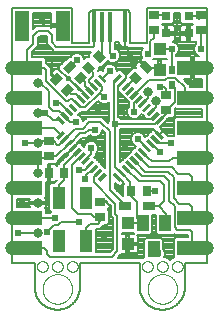
<source format=gtl>
G75*
%MOIN*%
%OFA0B0*%
%FSLAX25Y25*%
%IPPOS*%
%LPD*%
%AMOC8*
5,1,8,0,0,1.08239X$1,22.5*
%
%ADD10C,0.00500*%
%ADD11C,0.00000*%
%ADD12R,0.02756X0.03543*%
%ADD13R,0.04252X0.04134*%
%ADD14R,0.03543X0.02756*%
%ADD15R,0.03150X0.03150*%
%ADD16R,0.03937X0.03150*%
%ADD17R,0.10000X0.05000*%
%ADD18R,0.03937X0.05512*%
%ADD19R,0.03150X0.01181*%
%ADD20R,0.04331X0.07480*%
%ADD21R,0.01378X0.11024*%
%ADD22R,0.01378X0.10236*%
%ADD23R,0.01969X0.02756*%
%ADD24C,0.03150*%
%ADD25R,0.05000X0.10000*%
%ADD26C,0.00800*%
%ADD27C,0.02400*%
%ADD28C,0.00600*%
%ADD29C,0.04724*%
D10*
X0005050Y0016901D02*
X0005050Y0101862D01*
X0025050Y0101862D01*
X0025050Y0090026D01*
X0030675Y0090026D01*
X0030675Y0100221D01*
X0031652Y0101198D01*
X0043448Y0101198D01*
X0044425Y0100221D01*
X0044425Y0090026D01*
X0050050Y0090026D01*
X0050050Y0101901D01*
X0070001Y0101901D01*
X0070050Y0101862D01*
X0070050Y0101901D02*
X0070050Y0073151D01*
X0070001Y0016901D01*
X0062550Y0016901D01*
X0062550Y0008151D01*
X0062533Y0007969D01*
X0062511Y0007787D01*
X0062484Y0007605D01*
X0062454Y0007425D01*
X0062419Y0007245D01*
X0062379Y0007066D01*
X0062335Y0006888D01*
X0062287Y0006711D01*
X0062235Y0006535D01*
X0062178Y0006361D01*
X0062117Y0006188D01*
X0062052Y0006017D01*
X0061983Y0005847D01*
X0061909Y0005679D01*
X0061832Y0005513D01*
X0061750Y0005349D01*
X0061665Y0005187D01*
X0061576Y0005027D01*
X0061482Y0004869D01*
X0061385Y0004713D01*
X0061284Y0004560D01*
X0061180Y0004410D01*
X0061072Y0004262D01*
X0060960Y0004116D01*
X0060845Y0003974D01*
X0060726Y0003834D01*
X0060604Y0003698D01*
X0060479Y0003564D01*
X0060350Y0003433D01*
X0060219Y0003306D01*
X0060084Y0003181D01*
X0059946Y0003060D01*
X0059806Y0002943D01*
X0059662Y0002829D01*
X0059516Y0002718D01*
X0059367Y0002611D01*
X0059216Y0002508D01*
X0059062Y0002408D01*
X0058906Y0002313D01*
X0058747Y0002221D01*
X0058586Y0002133D01*
X0058424Y0002048D01*
X0058259Y0001968D01*
X0058092Y0001892D01*
X0057923Y0001820D01*
X0057753Y0001752D01*
X0057581Y0001689D01*
X0057408Y0001629D01*
X0057233Y0001574D01*
X0057057Y0001523D01*
X0056880Y0001476D01*
X0056702Y0001433D01*
X0056522Y0001395D01*
X0056342Y0001362D01*
X0056161Y0001333D01*
X0055980Y0001308D01*
X0055798Y0001287D01*
X0055615Y0001271D01*
X0055432Y0001260D01*
X0055249Y0001253D01*
X0055066Y0001250D01*
X0054883Y0001252D01*
X0054699Y0001258D01*
X0054516Y0001269D01*
X0054334Y0001284D01*
X0054152Y0001304D01*
X0053970Y0001328D01*
X0053789Y0001356D01*
X0053608Y0001389D01*
X0053429Y0001427D01*
X0053251Y0001468D01*
X0053073Y0001514D01*
X0052897Y0001565D01*
X0052722Y0001619D01*
X0052548Y0001678D01*
X0052376Y0001741D01*
X0052206Y0001808D01*
X0052037Y0001879D01*
X0051870Y0001955D01*
X0051705Y0002034D01*
X0051541Y0002118D01*
X0051380Y0002205D01*
X0051221Y0002297D01*
X0051065Y0002392D01*
X0050911Y0002491D01*
X0050759Y0002593D01*
X0050609Y0002700D01*
X0050463Y0002810D01*
X0050319Y0002923D01*
X0050178Y0003040D01*
X0050040Y0003160D01*
X0049904Y0003284D01*
X0049772Y0003411D01*
X0049643Y0003541D01*
X0049517Y0003674D01*
X0049395Y0003811D01*
X0049275Y0003950D01*
X0049159Y0004092D01*
X0049047Y0004237D01*
X0048938Y0004384D01*
X0048833Y0004534D01*
X0048732Y0004687D01*
X0048634Y0004842D01*
X0048540Y0004999D01*
X0048450Y0005159D01*
X0048364Y0005321D01*
X0048282Y0005485D01*
X0048204Y0005650D01*
X0048130Y0005818D01*
X0048060Y0005987D01*
X0047994Y0006158D01*
X0047932Y0006331D01*
X0047875Y0006505D01*
X0047822Y0006681D01*
X0047773Y0006857D01*
X0047728Y0007035D01*
X0047688Y0007214D01*
X0047652Y0007393D01*
X0047621Y0007574D01*
X0047594Y0007755D01*
X0047571Y0007937D01*
X0047553Y0008120D01*
X0047539Y0008302D01*
X0047530Y0008485D01*
X0047525Y0008669D01*
X0047524Y0008852D01*
X0047528Y0009035D01*
X0047537Y0009218D01*
X0047550Y0009401D01*
X0047550Y0016901D01*
X0027550Y0016901D01*
X0027550Y0009401D01*
X0027563Y0009217D01*
X0027572Y0009033D01*
X0027576Y0008848D01*
X0027575Y0008664D01*
X0027570Y0008480D01*
X0027561Y0008296D01*
X0027547Y0008112D01*
X0027528Y0007928D01*
X0027505Y0007745D01*
X0027478Y0007563D01*
X0027446Y0007381D01*
X0027409Y0007201D01*
X0027368Y0007021D01*
X0027323Y0006842D01*
X0027274Y0006664D01*
X0027220Y0006488D01*
X0027162Y0006313D01*
X0027099Y0006140D01*
X0027032Y0005968D01*
X0026961Y0005797D01*
X0026886Y0005629D01*
X0026807Y0005462D01*
X0026724Y0005298D01*
X0026637Y0005135D01*
X0026546Y0004975D01*
X0026451Y0004817D01*
X0026352Y0004661D01*
X0026249Y0004508D01*
X0026143Y0004358D01*
X0026032Y0004210D01*
X0025919Y0004065D01*
X0025802Y0003922D01*
X0025681Y0003783D01*
X0025557Y0003646D01*
X0025430Y0003513D01*
X0025299Y0003383D01*
X0025165Y0003256D01*
X0025029Y0003132D01*
X0024889Y0003012D01*
X0024746Y0002895D01*
X0024601Y0002782D01*
X0024452Y0002672D01*
X0024301Y0002566D01*
X0024148Y0002464D01*
X0023992Y0002365D01*
X0023834Y0002270D01*
X0023673Y0002180D01*
X0023511Y0002093D01*
X0023346Y0002010D01*
X0023179Y0001931D01*
X0023011Y0001857D01*
X0022840Y0001786D01*
X0022668Y0001720D01*
X0022494Y0001658D01*
X0022319Y0001600D01*
X0022143Y0001547D01*
X0021965Y0001498D01*
X0021786Y0001453D01*
X0021606Y0001413D01*
X0021425Y0001377D01*
X0021244Y0001345D01*
X0021061Y0001318D01*
X0020878Y0001296D01*
X0020695Y0001278D01*
X0020511Y0001264D01*
X0020327Y0001255D01*
X0020142Y0001251D01*
X0019958Y0001251D01*
X0019773Y0001255D01*
X0019589Y0001264D01*
X0019405Y0001278D01*
X0019222Y0001296D01*
X0019039Y0001318D01*
X0018856Y0001345D01*
X0018675Y0001377D01*
X0018494Y0001413D01*
X0018314Y0001453D01*
X0018135Y0001498D01*
X0017957Y0001547D01*
X0017781Y0001600D01*
X0017606Y0001658D01*
X0017432Y0001720D01*
X0017260Y0001786D01*
X0017089Y0001857D01*
X0016921Y0001931D01*
X0016754Y0002010D01*
X0016589Y0002093D01*
X0016427Y0002180D01*
X0016266Y0002270D01*
X0016108Y0002365D01*
X0015952Y0002464D01*
X0015799Y0002566D01*
X0015648Y0002672D01*
X0015499Y0002782D01*
X0015354Y0002895D01*
X0015211Y0003012D01*
X0015071Y0003132D01*
X0014935Y0003256D01*
X0014801Y0003383D01*
X0014670Y0003513D01*
X0014543Y0003646D01*
X0014419Y0003783D01*
X0014298Y0003922D01*
X0014181Y0004065D01*
X0014068Y0004210D01*
X0013957Y0004358D01*
X0013851Y0004508D01*
X0013748Y0004661D01*
X0013649Y0004817D01*
X0013554Y0004975D01*
X0013463Y0005135D01*
X0013376Y0005298D01*
X0013293Y0005462D01*
X0013214Y0005629D01*
X0013139Y0005797D01*
X0013068Y0005968D01*
X0013001Y0006140D01*
X0012938Y0006313D01*
X0012880Y0006488D01*
X0012826Y0006664D01*
X0012777Y0006842D01*
X0012732Y0007021D01*
X0012691Y0007201D01*
X0012654Y0007381D01*
X0012622Y0007563D01*
X0012595Y0007745D01*
X0012572Y0007928D01*
X0012553Y0008112D01*
X0012539Y0008296D01*
X0012530Y0008480D01*
X0012525Y0008664D01*
X0012524Y0008848D01*
X0012528Y0009033D01*
X0012537Y0009217D01*
X0012550Y0009401D01*
X0012550Y0016901D01*
X0005050Y0016901D01*
D11*
X0013278Y0015651D02*
X0013280Y0015735D01*
X0013286Y0015818D01*
X0013296Y0015901D01*
X0013310Y0015984D01*
X0013327Y0016066D01*
X0013349Y0016147D01*
X0013374Y0016226D01*
X0013403Y0016305D01*
X0013436Y0016382D01*
X0013472Y0016457D01*
X0013512Y0016531D01*
X0013555Y0016603D01*
X0013602Y0016672D01*
X0013652Y0016739D01*
X0013705Y0016804D01*
X0013761Y0016866D01*
X0013819Y0016926D01*
X0013881Y0016983D01*
X0013945Y0017036D01*
X0014012Y0017087D01*
X0014081Y0017134D01*
X0014152Y0017179D01*
X0014225Y0017219D01*
X0014300Y0017256D01*
X0014377Y0017290D01*
X0014455Y0017320D01*
X0014534Y0017346D01*
X0014615Y0017369D01*
X0014697Y0017387D01*
X0014779Y0017402D01*
X0014862Y0017413D01*
X0014945Y0017420D01*
X0015029Y0017423D01*
X0015113Y0017422D01*
X0015196Y0017417D01*
X0015280Y0017408D01*
X0015362Y0017395D01*
X0015444Y0017379D01*
X0015525Y0017358D01*
X0015606Y0017334D01*
X0015684Y0017306D01*
X0015762Y0017274D01*
X0015838Y0017238D01*
X0015912Y0017199D01*
X0015984Y0017157D01*
X0016054Y0017111D01*
X0016122Y0017062D01*
X0016187Y0017010D01*
X0016250Y0016955D01*
X0016310Y0016897D01*
X0016368Y0016836D01*
X0016422Y0016772D01*
X0016474Y0016706D01*
X0016522Y0016638D01*
X0016567Y0016567D01*
X0016608Y0016494D01*
X0016647Y0016420D01*
X0016681Y0016344D01*
X0016712Y0016266D01*
X0016739Y0016187D01*
X0016763Y0016106D01*
X0016782Y0016025D01*
X0016798Y0015943D01*
X0016810Y0015860D01*
X0016818Y0015776D01*
X0016822Y0015693D01*
X0016822Y0015609D01*
X0016818Y0015526D01*
X0016810Y0015442D01*
X0016798Y0015359D01*
X0016782Y0015277D01*
X0016763Y0015196D01*
X0016739Y0015115D01*
X0016712Y0015036D01*
X0016681Y0014958D01*
X0016647Y0014882D01*
X0016608Y0014808D01*
X0016567Y0014735D01*
X0016522Y0014664D01*
X0016474Y0014596D01*
X0016422Y0014530D01*
X0016368Y0014466D01*
X0016310Y0014405D01*
X0016250Y0014347D01*
X0016187Y0014292D01*
X0016122Y0014240D01*
X0016054Y0014191D01*
X0015984Y0014145D01*
X0015912Y0014103D01*
X0015838Y0014064D01*
X0015762Y0014028D01*
X0015684Y0013996D01*
X0015606Y0013968D01*
X0015525Y0013944D01*
X0015444Y0013923D01*
X0015362Y0013907D01*
X0015280Y0013894D01*
X0015196Y0013885D01*
X0015113Y0013880D01*
X0015029Y0013879D01*
X0014945Y0013882D01*
X0014862Y0013889D01*
X0014779Y0013900D01*
X0014697Y0013915D01*
X0014615Y0013933D01*
X0014534Y0013956D01*
X0014455Y0013982D01*
X0014377Y0014012D01*
X0014300Y0014046D01*
X0014225Y0014083D01*
X0014152Y0014123D01*
X0014081Y0014168D01*
X0014012Y0014215D01*
X0013945Y0014266D01*
X0013881Y0014319D01*
X0013819Y0014376D01*
X0013761Y0014436D01*
X0013705Y0014498D01*
X0013652Y0014563D01*
X0013602Y0014630D01*
X0013555Y0014699D01*
X0013512Y0014771D01*
X0013472Y0014845D01*
X0013436Y0014920D01*
X0013403Y0014997D01*
X0013374Y0015076D01*
X0013349Y0015155D01*
X0013327Y0015236D01*
X0013310Y0015318D01*
X0013296Y0015401D01*
X0013286Y0015484D01*
X0013280Y0015567D01*
X0013278Y0015651D01*
X0018278Y0015651D02*
X0018280Y0015735D01*
X0018286Y0015818D01*
X0018296Y0015901D01*
X0018310Y0015984D01*
X0018327Y0016066D01*
X0018349Y0016147D01*
X0018374Y0016226D01*
X0018403Y0016305D01*
X0018436Y0016382D01*
X0018472Y0016457D01*
X0018512Y0016531D01*
X0018555Y0016603D01*
X0018602Y0016672D01*
X0018652Y0016739D01*
X0018705Y0016804D01*
X0018761Y0016866D01*
X0018819Y0016926D01*
X0018881Y0016983D01*
X0018945Y0017036D01*
X0019012Y0017087D01*
X0019081Y0017134D01*
X0019152Y0017179D01*
X0019225Y0017219D01*
X0019300Y0017256D01*
X0019377Y0017290D01*
X0019455Y0017320D01*
X0019534Y0017346D01*
X0019615Y0017369D01*
X0019697Y0017387D01*
X0019779Y0017402D01*
X0019862Y0017413D01*
X0019945Y0017420D01*
X0020029Y0017423D01*
X0020113Y0017422D01*
X0020196Y0017417D01*
X0020280Y0017408D01*
X0020362Y0017395D01*
X0020444Y0017379D01*
X0020525Y0017358D01*
X0020606Y0017334D01*
X0020684Y0017306D01*
X0020762Y0017274D01*
X0020838Y0017238D01*
X0020912Y0017199D01*
X0020984Y0017157D01*
X0021054Y0017111D01*
X0021122Y0017062D01*
X0021187Y0017010D01*
X0021250Y0016955D01*
X0021310Y0016897D01*
X0021368Y0016836D01*
X0021422Y0016772D01*
X0021474Y0016706D01*
X0021522Y0016638D01*
X0021567Y0016567D01*
X0021608Y0016494D01*
X0021647Y0016420D01*
X0021681Y0016344D01*
X0021712Y0016266D01*
X0021739Y0016187D01*
X0021763Y0016106D01*
X0021782Y0016025D01*
X0021798Y0015943D01*
X0021810Y0015860D01*
X0021818Y0015776D01*
X0021822Y0015693D01*
X0021822Y0015609D01*
X0021818Y0015526D01*
X0021810Y0015442D01*
X0021798Y0015359D01*
X0021782Y0015277D01*
X0021763Y0015196D01*
X0021739Y0015115D01*
X0021712Y0015036D01*
X0021681Y0014958D01*
X0021647Y0014882D01*
X0021608Y0014808D01*
X0021567Y0014735D01*
X0021522Y0014664D01*
X0021474Y0014596D01*
X0021422Y0014530D01*
X0021368Y0014466D01*
X0021310Y0014405D01*
X0021250Y0014347D01*
X0021187Y0014292D01*
X0021122Y0014240D01*
X0021054Y0014191D01*
X0020984Y0014145D01*
X0020912Y0014103D01*
X0020838Y0014064D01*
X0020762Y0014028D01*
X0020684Y0013996D01*
X0020606Y0013968D01*
X0020525Y0013944D01*
X0020444Y0013923D01*
X0020362Y0013907D01*
X0020280Y0013894D01*
X0020196Y0013885D01*
X0020113Y0013880D01*
X0020029Y0013879D01*
X0019945Y0013882D01*
X0019862Y0013889D01*
X0019779Y0013900D01*
X0019697Y0013915D01*
X0019615Y0013933D01*
X0019534Y0013956D01*
X0019455Y0013982D01*
X0019377Y0014012D01*
X0019300Y0014046D01*
X0019225Y0014083D01*
X0019152Y0014123D01*
X0019081Y0014168D01*
X0019012Y0014215D01*
X0018945Y0014266D01*
X0018881Y0014319D01*
X0018819Y0014376D01*
X0018761Y0014436D01*
X0018705Y0014498D01*
X0018652Y0014563D01*
X0018602Y0014630D01*
X0018555Y0014699D01*
X0018512Y0014771D01*
X0018472Y0014845D01*
X0018436Y0014920D01*
X0018403Y0014997D01*
X0018374Y0015076D01*
X0018349Y0015155D01*
X0018327Y0015236D01*
X0018310Y0015318D01*
X0018296Y0015401D01*
X0018286Y0015484D01*
X0018280Y0015567D01*
X0018278Y0015651D01*
X0015129Y0008151D02*
X0015131Y0008291D01*
X0015137Y0008431D01*
X0015147Y0008570D01*
X0015161Y0008709D01*
X0015179Y0008848D01*
X0015200Y0008986D01*
X0015226Y0009124D01*
X0015256Y0009261D01*
X0015289Y0009396D01*
X0015327Y0009531D01*
X0015368Y0009665D01*
X0015413Y0009798D01*
X0015461Y0009929D01*
X0015514Y0010058D01*
X0015570Y0010187D01*
X0015629Y0010313D01*
X0015693Y0010438D01*
X0015759Y0010561D01*
X0015830Y0010682D01*
X0015903Y0010801D01*
X0015980Y0010918D01*
X0016061Y0011032D01*
X0016144Y0011144D01*
X0016231Y0011254D01*
X0016321Y0011362D01*
X0016413Y0011466D01*
X0016509Y0011568D01*
X0016608Y0011668D01*
X0016709Y0011764D01*
X0016813Y0011858D01*
X0016920Y0011948D01*
X0017029Y0012035D01*
X0017141Y0012120D01*
X0017255Y0012201D01*
X0017371Y0012279D01*
X0017489Y0012353D01*
X0017610Y0012424D01*
X0017732Y0012492D01*
X0017857Y0012556D01*
X0017983Y0012617D01*
X0018110Y0012674D01*
X0018240Y0012727D01*
X0018371Y0012777D01*
X0018503Y0012822D01*
X0018636Y0012865D01*
X0018771Y0012903D01*
X0018906Y0012937D01*
X0019043Y0012968D01*
X0019180Y0012995D01*
X0019318Y0013017D01*
X0019457Y0013036D01*
X0019596Y0013051D01*
X0019735Y0013062D01*
X0019875Y0013069D01*
X0020015Y0013072D01*
X0020155Y0013071D01*
X0020295Y0013066D01*
X0020434Y0013057D01*
X0020574Y0013044D01*
X0020713Y0013027D01*
X0020851Y0013006D01*
X0020989Y0012982D01*
X0021126Y0012953D01*
X0021262Y0012921D01*
X0021397Y0012884D01*
X0021531Y0012844D01*
X0021664Y0012800D01*
X0021795Y0012752D01*
X0021925Y0012701D01*
X0022054Y0012646D01*
X0022181Y0012587D01*
X0022306Y0012524D01*
X0022429Y0012459D01*
X0022551Y0012389D01*
X0022670Y0012316D01*
X0022788Y0012240D01*
X0022903Y0012161D01*
X0023016Y0012078D01*
X0023126Y0011992D01*
X0023234Y0011903D01*
X0023339Y0011811D01*
X0023442Y0011716D01*
X0023542Y0011618D01*
X0023639Y0011518D01*
X0023733Y0011414D01*
X0023825Y0011308D01*
X0023913Y0011200D01*
X0023998Y0011089D01*
X0024080Y0010975D01*
X0024159Y0010859D01*
X0024234Y0010742D01*
X0024306Y0010622D01*
X0024374Y0010500D01*
X0024439Y0010376D01*
X0024501Y0010250D01*
X0024559Y0010123D01*
X0024613Y0009994D01*
X0024664Y0009863D01*
X0024710Y0009731D01*
X0024753Y0009598D01*
X0024793Y0009464D01*
X0024828Y0009329D01*
X0024860Y0009192D01*
X0024887Y0009055D01*
X0024911Y0008917D01*
X0024931Y0008779D01*
X0024947Y0008640D01*
X0024959Y0008500D01*
X0024967Y0008361D01*
X0024971Y0008221D01*
X0024971Y0008081D01*
X0024967Y0007941D01*
X0024959Y0007802D01*
X0024947Y0007662D01*
X0024931Y0007523D01*
X0024911Y0007385D01*
X0024887Y0007247D01*
X0024860Y0007110D01*
X0024828Y0006973D01*
X0024793Y0006838D01*
X0024753Y0006704D01*
X0024710Y0006571D01*
X0024664Y0006439D01*
X0024613Y0006308D01*
X0024559Y0006179D01*
X0024501Y0006052D01*
X0024439Y0005926D01*
X0024374Y0005802D01*
X0024306Y0005680D01*
X0024234Y0005560D01*
X0024159Y0005443D01*
X0024080Y0005327D01*
X0023998Y0005213D01*
X0023913Y0005102D01*
X0023825Y0004994D01*
X0023733Y0004888D01*
X0023639Y0004784D01*
X0023542Y0004684D01*
X0023442Y0004586D01*
X0023339Y0004491D01*
X0023234Y0004399D01*
X0023126Y0004310D01*
X0023016Y0004224D01*
X0022903Y0004141D01*
X0022788Y0004062D01*
X0022670Y0003986D01*
X0022551Y0003913D01*
X0022429Y0003843D01*
X0022306Y0003778D01*
X0022181Y0003715D01*
X0022054Y0003656D01*
X0021925Y0003601D01*
X0021795Y0003550D01*
X0021664Y0003502D01*
X0021531Y0003458D01*
X0021397Y0003418D01*
X0021262Y0003381D01*
X0021126Y0003349D01*
X0020989Y0003320D01*
X0020851Y0003296D01*
X0020713Y0003275D01*
X0020574Y0003258D01*
X0020434Y0003245D01*
X0020295Y0003236D01*
X0020155Y0003231D01*
X0020015Y0003230D01*
X0019875Y0003233D01*
X0019735Y0003240D01*
X0019596Y0003251D01*
X0019457Y0003266D01*
X0019318Y0003285D01*
X0019180Y0003307D01*
X0019043Y0003334D01*
X0018906Y0003365D01*
X0018771Y0003399D01*
X0018636Y0003437D01*
X0018503Y0003480D01*
X0018371Y0003525D01*
X0018240Y0003575D01*
X0018110Y0003628D01*
X0017983Y0003685D01*
X0017857Y0003746D01*
X0017732Y0003810D01*
X0017610Y0003878D01*
X0017489Y0003949D01*
X0017371Y0004023D01*
X0017255Y0004101D01*
X0017141Y0004182D01*
X0017029Y0004267D01*
X0016920Y0004354D01*
X0016813Y0004444D01*
X0016709Y0004538D01*
X0016608Y0004634D01*
X0016509Y0004734D01*
X0016413Y0004836D01*
X0016321Y0004940D01*
X0016231Y0005048D01*
X0016144Y0005158D01*
X0016061Y0005270D01*
X0015980Y0005384D01*
X0015903Y0005501D01*
X0015830Y0005620D01*
X0015759Y0005741D01*
X0015693Y0005864D01*
X0015629Y0005989D01*
X0015570Y0006115D01*
X0015514Y0006244D01*
X0015461Y0006373D01*
X0015413Y0006504D01*
X0015368Y0006637D01*
X0015327Y0006771D01*
X0015289Y0006906D01*
X0015256Y0007041D01*
X0015226Y0007178D01*
X0015200Y0007316D01*
X0015179Y0007454D01*
X0015161Y0007593D01*
X0015147Y0007732D01*
X0015137Y0007871D01*
X0015131Y0008011D01*
X0015129Y0008151D01*
X0023278Y0015651D02*
X0023280Y0015735D01*
X0023286Y0015818D01*
X0023296Y0015901D01*
X0023310Y0015984D01*
X0023327Y0016066D01*
X0023349Y0016147D01*
X0023374Y0016226D01*
X0023403Y0016305D01*
X0023436Y0016382D01*
X0023472Y0016457D01*
X0023512Y0016531D01*
X0023555Y0016603D01*
X0023602Y0016672D01*
X0023652Y0016739D01*
X0023705Y0016804D01*
X0023761Y0016866D01*
X0023819Y0016926D01*
X0023881Y0016983D01*
X0023945Y0017036D01*
X0024012Y0017087D01*
X0024081Y0017134D01*
X0024152Y0017179D01*
X0024225Y0017219D01*
X0024300Y0017256D01*
X0024377Y0017290D01*
X0024455Y0017320D01*
X0024534Y0017346D01*
X0024615Y0017369D01*
X0024697Y0017387D01*
X0024779Y0017402D01*
X0024862Y0017413D01*
X0024945Y0017420D01*
X0025029Y0017423D01*
X0025113Y0017422D01*
X0025196Y0017417D01*
X0025280Y0017408D01*
X0025362Y0017395D01*
X0025444Y0017379D01*
X0025525Y0017358D01*
X0025606Y0017334D01*
X0025684Y0017306D01*
X0025762Y0017274D01*
X0025838Y0017238D01*
X0025912Y0017199D01*
X0025984Y0017157D01*
X0026054Y0017111D01*
X0026122Y0017062D01*
X0026187Y0017010D01*
X0026250Y0016955D01*
X0026310Y0016897D01*
X0026368Y0016836D01*
X0026422Y0016772D01*
X0026474Y0016706D01*
X0026522Y0016638D01*
X0026567Y0016567D01*
X0026608Y0016494D01*
X0026647Y0016420D01*
X0026681Y0016344D01*
X0026712Y0016266D01*
X0026739Y0016187D01*
X0026763Y0016106D01*
X0026782Y0016025D01*
X0026798Y0015943D01*
X0026810Y0015860D01*
X0026818Y0015776D01*
X0026822Y0015693D01*
X0026822Y0015609D01*
X0026818Y0015526D01*
X0026810Y0015442D01*
X0026798Y0015359D01*
X0026782Y0015277D01*
X0026763Y0015196D01*
X0026739Y0015115D01*
X0026712Y0015036D01*
X0026681Y0014958D01*
X0026647Y0014882D01*
X0026608Y0014808D01*
X0026567Y0014735D01*
X0026522Y0014664D01*
X0026474Y0014596D01*
X0026422Y0014530D01*
X0026368Y0014466D01*
X0026310Y0014405D01*
X0026250Y0014347D01*
X0026187Y0014292D01*
X0026122Y0014240D01*
X0026054Y0014191D01*
X0025984Y0014145D01*
X0025912Y0014103D01*
X0025838Y0014064D01*
X0025762Y0014028D01*
X0025684Y0013996D01*
X0025606Y0013968D01*
X0025525Y0013944D01*
X0025444Y0013923D01*
X0025362Y0013907D01*
X0025280Y0013894D01*
X0025196Y0013885D01*
X0025113Y0013880D01*
X0025029Y0013879D01*
X0024945Y0013882D01*
X0024862Y0013889D01*
X0024779Y0013900D01*
X0024697Y0013915D01*
X0024615Y0013933D01*
X0024534Y0013956D01*
X0024455Y0013982D01*
X0024377Y0014012D01*
X0024300Y0014046D01*
X0024225Y0014083D01*
X0024152Y0014123D01*
X0024081Y0014168D01*
X0024012Y0014215D01*
X0023945Y0014266D01*
X0023881Y0014319D01*
X0023819Y0014376D01*
X0023761Y0014436D01*
X0023705Y0014498D01*
X0023652Y0014563D01*
X0023602Y0014630D01*
X0023555Y0014699D01*
X0023512Y0014771D01*
X0023472Y0014845D01*
X0023436Y0014920D01*
X0023403Y0014997D01*
X0023374Y0015076D01*
X0023349Y0015155D01*
X0023327Y0015236D01*
X0023310Y0015318D01*
X0023296Y0015401D01*
X0023286Y0015484D01*
X0023280Y0015567D01*
X0023278Y0015651D01*
X0048278Y0015651D02*
X0048280Y0015735D01*
X0048286Y0015818D01*
X0048296Y0015901D01*
X0048310Y0015984D01*
X0048327Y0016066D01*
X0048349Y0016147D01*
X0048374Y0016226D01*
X0048403Y0016305D01*
X0048436Y0016382D01*
X0048472Y0016457D01*
X0048512Y0016531D01*
X0048555Y0016603D01*
X0048602Y0016672D01*
X0048652Y0016739D01*
X0048705Y0016804D01*
X0048761Y0016866D01*
X0048819Y0016926D01*
X0048881Y0016983D01*
X0048945Y0017036D01*
X0049012Y0017087D01*
X0049081Y0017134D01*
X0049152Y0017179D01*
X0049225Y0017219D01*
X0049300Y0017256D01*
X0049377Y0017290D01*
X0049455Y0017320D01*
X0049534Y0017346D01*
X0049615Y0017369D01*
X0049697Y0017387D01*
X0049779Y0017402D01*
X0049862Y0017413D01*
X0049945Y0017420D01*
X0050029Y0017423D01*
X0050113Y0017422D01*
X0050196Y0017417D01*
X0050280Y0017408D01*
X0050362Y0017395D01*
X0050444Y0017379D01*
X0050525Y0017358D01*
X0050606Y0017334D01*
X0050684Y0017306D01*
X0050762Y0017274D01*
X0050838Y0017238D01*
X0050912Y0017199D01*
X0050984Y0017157D01*
X0051054Y0017111D01*
X0051122Y0017062D01*
X0051187Y0017010D01*
X0051250Y0016955D01*
X0051310Y0016897D01*
X0051368Y0016836D01*
X0051422Y0016772D01*
X0051474Y0016706D01*
X0051522Y0016638D01*
X0051567Y0016567D01*
X0051608Y0016494D01*
X0051647Y0016420D01*
X0051681Y0016344D01*
X0051712Y0016266D01*
X0051739Y0016187D01*
X0051763Y0016106D01*
X0051782Y0016025D01*
X0051798Y0015943D01*
X0051810Y0015860D01*
X0051818Y0015776D01*
X0051822Y0015693D01*
X0051822Y0015609D01*
X0051818Y0015526D01*
X0051810Y0015442D01*
X0051798Y0015359D01*
X0051782Y0015277D01*
X0051763Y0015196D01*
X0051739Y0015115D01*
X0051712Y0015036D01*
X0051681Y0014958D01*
X0051647Y0014882D01*
X0051608Y0014808D01*
X0051567Y0014735D01*
X0051522Y0014664D01*
X0051474Y0014596D01*
X0051422Y0014530D01*
X0051368Y0014466D01*
X0051310Y0014405D01*
X0051250Y0014347D01*
X0051187Y0014292D01*
X0051122Y0014240D01*
X0051054Y0014191D01*
X0050984Y0014145D01*
X0050912Y0014103D01*
X0050838Y0014064D01*
X0050762Y0014028D01*
X0050684Y0013996D01*
X0050606Y0013968D01*
X0050525Y0013944D01*
X0050444Y0013923D01*
X0050362Y0013907D01*
X0050280Y0013894D01*
X0050196Y0013885D01*
X0050113Y0013880D01*
X0050029Y0013879D01*
X0049945Y0013882D01*
X0049862Y0013889D01*
X0049779Y0013900D01*
X0049697Y0013915D01*
X0049615Y0013933D01*
X0049534Y0013956D01*
X0049455Y0013982D01*
X0049377Y0014012D01*
X0049300Y0014046D01*
X0049225Y0014083D01*
X0049152Y0014123D01*
X0049081Y0014168D01*
X0049012Y0014215D01*
X0048945Y0014266D01*
X0048881Y0014319D01*
X0048819Y0014376D01*
X0048761Y0014436D01*
X0048705Y0014498D01*
X0048652Y0014563D01*
X0048602Y0014630D01*
X0048555Y0014699D01*
X0048512Y0014771D01*
X0048472Y0014845D01*
X0048436Y0014920D01*
X0048403Y0014997D01*
X0048374Y0015076D01*
X0048349Y0015155D01*
X0048327Y0015236D01*
X0048310Y0015318D01*
X0048296Y0015401D01*
X0048286Y0015484D01*
X0048280Y0015567D01*
X0048278Y0015651D01*
X0053278Y0015651D02*
X0053280Y0015735D01*
X0053286Y0015818D01*
X0053296Y0015901D01*
X0053310Y0015984D01*
X0053327Y0016066D01*
X0053349Y0016147D01*
X0053374Y0016226D01*
X0053403Y0016305D01*
X0053436Y0016382D01*
X0053472Y0016457D01*
X0053512Y0016531D01*
X0053555Y0016603D01*
X0053602Y0016672D01*
X0053652Y0016739D01*
X0053705Y0016804D01*
X0053761Y0016866D01*
X0053819Y0016926D01*
X0053881Y0016983D01*
X0053945Y0017036D01*
X0054012Y0017087D01*
X0054081Y0017134D01*
X0054152Y0017179D01*
X0054225Y0017219D01*
X0054300Y0017256D01*
X0054377Y0017290D01*
X0054455Y0017320D01*
X0054534Y0017346D01*
X0054615Y0017369D01*
X0054697Y0017387D01*
X0054779Y0017402D01*
X0054862Y0017413D01*
X0054945Y0017420D01*
X0055029Y0017423D01*
X0055113Y0017422D01*
X0055196Y0017417D01*
X0055280Y0017408D01*
X0055362Y0017395D01*
X0055444Y0017379D01*
X0055525Y0017358D01*
X0055606Y0017334D01*
X0055684Y0017306D01*
X0055762Y0017274D01*
X0055838Y0017238D01*
X0055912Y0017199D01*
X0055984Y0017157D01*
X0056054Y0017111D01*
X0056122Y0017062D01*
X0056187Y0017010D01*
X0056250Y0016955D01*
X0056310Y0016897D01*
X0056368Y0016836D01*
X0056422Y0016772D01*
X0056474Y0016706D01*
X0056522Y0016638D01*
X0056567Y0016567D01*
X0056608Y0016494D01*
X0056647Y0016420D01*
X0056681Y0016344D01*
X0056712Y0016266D01*
X0056739Y0016187D01*
X0056763Y0016106D01*
X0056782Y0016025D01*
X0056798Y0015943D01*
X0056810Y0015860D01*
X0056818Y0015776D01*
X0056822Y0015693D01*
X0056822Y0015609D01*
X0056818Y0015526D01*
X0056810Y0015442D01*
X0056798Y0015359D01*
X0056782Y0015277D01*
X0056763Y0015196D01*
X0056739Y0015115D01*
X0056712Y0015036D01*
X0056681Y0014958D01*
X0056647Y0014882D01*
X0056608Y0014808D01*
X0056567Y0014735D01*
X0056522Y0014664D01*
X0056474Y0014596D01*
X0056422Y0014530D01*
X0056368Y0014466D01*
X0056310Y0014405D01*
X0056250Y0014347D01*
X0056187Y0014292D01*
X0056122Y0014240D01*
X0056054Y0014191D01*
X0055984Y0014145D01*
X0055912Y0014103D01*
X0055838Y0014064D01*
X0055762Y0014028D01*
X0055684Y0013996D01*
X0055606Y0013968D01*
X0055525Y0013944D01*
X0055444Y0013923D01*
X0055362Y0013907D01*
X0055280Y0013894D01*
X0055196Y0013885D01*
X0055113Y0013880D01*
X0055029Y0013879D01*
X0054945Y0013882D01*
X0054862Y0013889D01*
X0054779Y0013900D01*
X0054697Y0013915D01*
X0054615Y0013933D01*
X0054534Y0013956D01*
X0054455Y0013982D01*
X0054377Y0014012D01*
X0054300Y0014046D01*
X0054225Y0014083D01*
X0054152Y0014123D01*
X0054081Y0014168D01*
X0054012Y0014215D01*
X0053945Y0014266D01*
X0053881Y0014319D01*
X0053819Y0014376D01*
X0053761Y0014436D01*
X0053705Y0014498D01*
X0053652Y0014563D01*
X0053602Y0014630D01*
X0053555Y0014699D01*
X0053512Y0014771D01*
X0053472Y0014845D01*
X0053436Y0014920D01*
X0053403Y0014997D01*
X0053374Y0015076D01*
X0053349Y0015155D01*
X0053327Y0015236D01*
X0053310Y0015318D01*
X0053296Y0015401D01*
X0053286Y0015484D01*
X0053280Y0015567D01*
X0053278Y0015651D01*
X0050129Y0008151D02*
X0050131Y0008291D01*
X0050137Y0008431D01*
X0050147Y0008570D01*
X0050161Y0008709D01*
X0050179Y0008848D01*
X0050200Y0008986D01*
X0050226Y0009124D01*
X0050256Y0009261D01*
X0050289Y0009396D01*
X0050327Y0009531D01*
X0050368Y0009665D01*
X0050413Y0009798D01*
X0050461Y0009929D01*
X0050514Y0010058D01*
X0050570Y0010187D01*
X0050629Y0010313D01*
X0050693Y0010438D01*
X0050759Y0010561D01*
X0050830Y0010682D01*
X0050903Y0010801D01*
X0050980Y0010918D01*
X0051061Y0011032D01*
X0051144Y0011144D01*
X0051231Y0011254D01*
X0051321Y0011362D01*
X0051413Y0011466D01*
X0051509Y0011568D01*
X0051608Y0011668D01*
X0051709Y0011764D01*
X0051813Y0011858D01*
X0051920Y0011948D01*
X0052029Y0012035D01*
X0052141Y0012120D01*
X0052255Y0012201D01*
X0052371Y0012279D01*
X0052489Y0012353D01*
X0052610Y0012424D01*
X0052732Y0012492D01*
X0052857Y0012556D01*
X0052983Y0012617D01*
X0053110Y0012674D01*
X0053240Y0012727D01*
X0053371Y0012777D01*
X0053503Y0012822D01*
X0053636Y0012865D01*
X0053771Y0012903D01*
X0053906Y0012937D01*
X0054043Y0012968D01*
X0054180Y0012995D01*
X0054318Y0013017D01*
X0054457Y0013036D01*
X0054596Y0013051D01*
X0054735Y0013062D01*
X0054875Y0013069D01*
X0055015Y0013072D01*
X0055155Y0013071D01*
X0055295Y0013066D01*
X0055434Y0013057D01*
X0055574Y0013044D01*
X0055713Y0013027D01*
X0055851Y0013006D01*
X0055989Y0012982D01*
X0056126Y0012953D01*
X0056262Y0012921D01*
X0056397Y0012884D01*
X0056531Y0012844D01*
X0056664Y0012800D01*
X0056795Y0012752D01*
X0056925Y0012701D01*
X0057054Y0012646D01*
X0057181Y0012587D01*
X0057306Y0012524D01*
X0057429Y0012459D01*
X0057551Y0012389D01*
X0057670Y0012316D01*
X0057788Y0012240D01*
X0057903Y0012161D01*
X0058016Y0012078D01*
X0058126Y0011992D01*
X0058234Y0011903D01*
X0058339Y0011811D01*
X0058442Y0011716D01*
X0058542Y0011618D01*
X0058639Y0011518D01*
X0058733Y0011414D01*
X0058825Y0011308D01*
X0058913Y0011200D01*
X0058998Y0011089D01*
X0059080Y0010975D01*
X0059159Y0010859D01*
X0059234Y0010742D01*
X0059306Y0010622D01*
X0059374Y0010500D01*
X0059439Y0010376D01*
X0059501Y0010250D01*
X0059559Y0010123D01*
X0059613Y0009994D01*
X0059664Y0009863D01*
X0059710Y0009731D01*
X0059753Y0009598D01*
X0059793Y0009464D01*
X0059828Y0009329D01*
X0059860Y0009192D01*
X0059887Y0009055D01*
X0059911Y0008917D01*
X0059931Y0008779D01*
X0059947Y0008640D01*
X0059959Y0008500D01*
X0059967Y0008361D01*
X0059971Y0008221D01*
X0059971Y0008081D01*
X0059967Y0007941D01*
X0059959Y0007802D01*
X0059947Y0007662D01*
X0059931Y0007523D01*
X0059911Y0007385D01*
X0059887Y0007247D01*
X0059860Y0007110D01*
X0059828Y0006973D01*
X0059793Y0006838D01*
X0059753Y0006704D01*
X0059710Y0006571D01*
X0059664Y0006439D01*
X0059613Y0006308D01*
X0059559Y0006179D01*
X0059501Y0006052D01*
X0059439Y0005926D01*
X0059374Y0005802D01*
X0059306Y0005680D01*
X0059234Y0005560D01*
X0059159Y0005443D01*
X0059080Y0005327D01*
X0058998Y0005213D01*
X0058913Y0005102D01*
X0058825Y0004994D01*
X0058733Y0004888D01*
X0058639Y0004784D01*
X0058542Y0004684D01*
X0058442Y0004586D01*
X0058339Y0004491D01*
X0058234Y0004399D01*
X0058126Y0004310D01*
X0058016Y0004224D01*
X0057903Y0004141D01*
X0057788Y0004062D01*
X0057670Y0003986D01*
X0057551Y0003913D01*
X0057429Y0003843D01*
X0057306Y0003778D01*
X0057181Y0003715D01*
X0057054Y0003656D01*
X0056925Y0003601D01*
X0056795Y0003550D01*
X0056664Y0003502D01*
X0056531Y0003458D01*
X0056397Y0003418D01*
X0056262Y0003381D01*
X0056126Y0003349D01*
X0055989Y0003320D01*
X0055851Y0003296D01*
X0055713Y0003275D01*
X0055574Y0003258D01*
X0055434Y0003245D01*
X0055295Y0003236D01*
X0055155Y0003231D01*
X0055015Y0003230D01*
X0054875Y0003233D01*
X0054735Y0003240D01*
X0054596Y0003251D01*
X0054457Y0003266D01*
X0054318Y0003285D01*
X0054180Y0003307D01*
X0054043Y0003334D01*
X0053906Y0003365D01*
X0053771Y0003399D01*
X0053636Y0003437D01*
X0053503Y0003480D01*
X0053371Y0003525D01*
X0053240Y0003575D01*
X0053110Y0003628D01*
X0052983Y0003685D01*
X0052857Y0003746D01*
X0052732Y0003810D01*
X0052610Y0003878D01*
X0052489Y0003949D01*
X0052371Y0004023D01*
X0052255Y0004101D01*
X0052141Y0004182D01*
X0052029Y0004267D01*
X0051920Y0004354D01*
X0051813Y0004444D01*
X0051709Y0004538D01*
X0051608Y0004634D01*
X0051509Y0004734D01*
X0051413Y0004836D01*
X0051321Y0004940D01*
X0051231Y0005048D01*
X0051144Y0005158D01*
X0051061Y0005270D01*
X0050980Y0005384D01*
X0050903Y0005501D01*
X0050830Y0005620D01*
X0050759Y0005741D01*
X0050693Y0005864D01*
X0050629Y0005989D01*
X0050570Y0006115D01*
X0050514Y0006244D01*
X0050461Y0006373D01*
X0050413Y0006504D01*
X0050368Y0006637D01*
X0050327Y0006771D01*
X0050289Y0006906D01*
X0050256Y0007041D01*
X0050226Y0007178D01*
X0050200Y0007316D01*
X0050179Y0007454D01*
X0050161Y0007593D01*
X0050147Y0007732D01*
X0050137Y0007871D01*
X0050131Y0008011D01*
X0050129Y0008151D01*
X0058278Y0015651D02*
X0058280Y0015735D01*
X0058286Y0015818D01*
X0058296Y0015901D01*
X0058310Y0015984D01*
X0058327Y0016066D01*
X0058349Y0016147D01*
X0058374Y0016226D01*
X0058403Y0016305D01*
X0058436Y0016382D01*
X0058472Y0016457D01*
X0058512Y0016531D01*
X0058555Y0016603D01*
X0058602Y0016672D01*
X0058652Y0016739D01*
X0058705Y0016804D01*
X0058761Y0016866D01*
X0058819Y0016926D01*
X0058881Y0016983D01*
X0058945Y0017036D01*
X0059012Y0017087D01*
X0059081Y0017134D01*
X0059152Y0017179D01*
X0059225Y0017219D01*
X0059300Y0017256D01*
X0059377Y0017290D01*
X0059455Y0017320D01*
X0059534Y0017346D01*
X0059615Y0017369D01*
X0059697Y0017387D01*
X0059779Y0017402D01*
X0059862Y0017413D01*
X0059945Y0017420D01*
X0060029Y0017423D01*
X0060113Y0017422D01*
X0060196Y0017417D01*
X0060280Y0017408D01*
X0060362Y0017395D01*
X0060444Y0017379D01*
X0060525Y0017358D01*
X0060606Y0017334D01*
X0060684Y0017306D01*
X0060762Y0017274D01*
X0060838Y0017238D01*
X0060912Y0017199D01*
X0060984Y0017157D01*
X0061054Y0017111D01*
X0061122Y0017062D01*
X0061187Y0017010D01*
X0061250Y0016955D01*
X0061310Y0016897D01*
X0061368Y0016836D01*
X0061422Y0016772D01*
X0061474Y0016706D01*
X0061522Y0016638D01*
X0061567Y0016567D01*
X0061608Y0016494D01*
X0061647Y0016420D01*
X0061681Y0016344D01*
X0061712Y0016266D01*
X0061739Y0016187D01*
X0061763Y0016106D01*
X0061782Y0016025D01*
X0061798Y0015943D01*
X0061810Y0015860D01*
X0061818Y0015776D01*
X0061822Y0015693D01*
X0061822Y0015609D01*
X0061818Y0015526D01*
X0061810Y0015442D01*
X0061798Y0015359D01*
X0061782Y0015277D01*
X0061763Y0015196D01*
X0061739Y0015115D01*
X0061712Y0015036D01*
X0061681Y0014958D01*
X0061647Y0014882D01*
X0061608Y0014808D01*
X0061567Y0014735D01*
X0061522Y0014664D01*
X0061474Y0014596D01*
X0061422Y0014530D01*
X0061368Y0014466D01*
X0061310Y0014405D01*
X0061250Y0014347D01*
X0061187Y0014292D01*
X0061122Y0014240D01*
X0061054Y0014191D01*
X0060984Y0014145D01*
X0060912Y0014103D01*
X0060838Y0014064D01*
X0060762Y0014028D01*
X0060684Y0013996D01*
X0060606Y0013968D01*
X0060525Y0013944D01*
X0060444Y0013923D01*
X0060362Y0013907D01*
X0060280Y0013894D01*
X0060196Y0013885D01*
X0060113Y0013880D01*
X0060029Y0013879D01*
X0059945Y0013882D01*
X0059862Y0013889D01*
X0059779Y0013900D01*
X0059697Y0013915D01*
X0059615Y0013933D01*
X0059534Y0013956D01*
X0059455Y0013982D01*
X0059377Y0014012D01*
X0059300Y0014046D01*
X0059225Y0014083D01*
X0059152Y0014123D01*
X0059081Y0014168D01*
X0059012Y0014215D01*
X0058945Y0014266D01*
X0058881Y0014319D01*
X0058819Y0014376D01*
X0058761Y0014436D01*
X0058705Y0014498D01*
X0058652Y0014563D01*
X0058602Y0014630D01*
X0058555Y0014699D01*
X0058512Y0014771D01*
X0058472Y0014845D01*
X0058436Y0014920D01*
X0058403Y0014997D01*
X0058374Y0015076D01*
X0058349Y0015155D01*
X0058327Y0015236D01*
X0058310Y0015318D01*
X0058296Y0015401D01*
X0058286Y0015484D01*
X0058280Y0015567D01*
X0058278Y0015651D01*
D12*
X0049797Y0040963D03*
X0044678Y0040963D03*
X0022297Y0046901D03*
X0017178Y0046901D03*
G36*
X0023145Y0072240D02*
X0021196Y0074189D01*
X0023699Y0076692D01*
X0025648Y0074743D01*
X0023145Y0072240D01*
G37*
G36*
X0019526Y0075860D02*
X0017577Y0077809D01*
X0020080Y0080312D01*
X0022029Y0078363D01*
X0019526Y0075860D01*
G37*
G36*
X0024455Y0084374D02*
X0026404Y0082425D01*
X0023901Y0079922D01*
X0021952Y0081871D01*
X0024455Y0084374D01*
G37*
G36*
X0028074Y0080755D02*
X0030023Y0078806D01*
X0027520Y0076303D01*
X0025571Y0078252D01*
X0028074Y0080755D01*
G37*
G36*
X0032654Y0081689D02*
X0030705Y0079740D01*
X0028202Y0082243D01*
X0030151Y0084192D01*
X0032654Y0081689D01*
G37*
G36*
X0036273Y0085309D02*
X0034324Y0083360D01*
X0031821Y0085863D01*
X0033770Y0087812D01*
X0036273Y0085309D01*
G37*
G36*
X0043827Y0078806D02*
X0045776Y0080755D01*
X0048279Y0078252D01*
X0046330Y0076303D01*
X0043827Y0078806D01*
G37*
G36*
X0047446Y0082425D02*
X0049395Y0084374D01*
X0051898Y0081871D01*
X0049949Y0079922D01*
X0047446Y0082425D01*
G37*
D13*
X0054112Y0081269D03*
X0054112Y0088158D03*
X0043487Y0030033D03*
X0043487Y0023144D03*
D14*
X0034425Y0032154D03*
X0034425Y0037273D03*
X0017238Y0052467D03*
X0017238Y0057585D03*
X0052237Y0094342D03*
X0052237Y0099460D03*
X0067863Y0099460D03*
X0067863Y0094342D03*
X0056300Y0072898D03*
X0056300Y0067779D03*
D15*
X0056300Y0093323D03*
X0056300Y0099229D03*
X0063800Y0099229D03*
X0063800Y0093323D03*
D16*
X0050550Y0035651D03*
X0042675Y0035651D03*
D17*
X0065050Y0031901D03*
X0065050Y0041901D03*
X0065050Y0051901D03*
X0065050Y0061901D03*
X0065050Y0071901D03*
X0065050Y0081901D03*
X0065050Y0021901D03*
X0010050Y0021901D03*
X0010050Y0031901D03*
X0010050Y0041901D03*
X0010050Y0051901D03*
X0010050Y0061901D03*
X0010050Y0071901D03*
X0010050Y0081901D03*
D18*
X0048497Y0029982D03*
X0052237Y0021320D03*
X0055978Y0029982D03*
D19*
G36*
X0043535Y0046730D02*
X0041309Y0048956D01*
X0042143Y0049790D01*
X0044369Y0047564D01*
X0043535Y0046730D01*
G37*
G36*
X0044927Y0048122D02*
X0042701Y0050348D01*
X0043535Y0051182D01*
X0045761Y0048956D01*
X0044927Y0048122D01*
G37*
G36*
X0046319Y0049514D02*
X0044093Y0051740D01*
X0044927Y0052574D01*
X0047153Y0050348D01*
X0046319Y0049514D01*
G37*
G36*
X0047711Y0050906D02*
X0045485Y0053132D01*
X0046319Y0053966D01*
X0048545Y0051740D01*
X0047711Y0050906D01*
G37*
G36*
X0047711Y0055358D02*
X0049937Y0053132D01*
X0049103Y0052298D01*
X0046877Y0054524D01*
X0047711Y0055358D01*
G37*
G36*
X0049103Y0056750D02*
X0051329Y0054524D01*
X0050495Y0053690D01*
X0048269Y0055916D01*
X0049103Y0056750D01*
G37*
G36*
X0050495Y0058142D02*
X0052721Y0055916D01*
X0051887Y0055082D01*
X0049661Y0057308D01*
X0050495Y0058142D01*
G37*
G36*
X0051887Y0059534D02*
X0054113Y0057308D01*
X0053279Y0056474D01*
X0051053Y0058700D01*
X0051887Y0059534D01*
G37*
G36*
X0053279Y0060925D02*
X0055505Y0058699D01*
X0054671Y0057865D01*
X0052445Y0060091D01*
X0053279Y0060925D01*
G37*
G36*
X0055505Y0065102D02*
X0053279Y0062876D01*
X0052445Y0063710D01*
X0054671Y0065936D01*
X0055505Y0065102D01*
G37*
G36*
X0054113Y0066494D02*
X0051887Y0064268D01*
X0051053Y0065102D01*
X0053279Y0067328D01*
X0054113Y0066494D01*
G37*
G36*
X0052721Y0067886D02*
X0050495Y0065660D01*
X0049661Y0066494D01*
X0051887Y0068720D01*
X0052721Y0067886D01*
G37*
G36*
X0051329Y0069278D02*
X0049103Y0067052D01*
X0048269Y0067886D01*
X0050495Y0070112D01*
X0051329Y0069278D01*
G37*
G36*
X0049937Y0070670D02*
X0047711Y0068444D01*
X0046877Y0069278D01*
X0049103Y0071504D01*
X0049937Y0070670D01*
G37*
G36*
X0048545Y0072062D02*
X0046319Y0069836D01*
X0045485Y0070670D01*
X0047711Y0072896D01*
X0048545Y0072062D01*
G37*
G36*
X0044093Y0072062D02*
X0046319Y0074288D01*
X0047153Y0073454D01*
X0044927Y0071228D01*
X0044093Y0072062D01*
G37*
G36*
X0042701Y0073454D02*
X0044927Y0075680D01*
X0045761Y0074846D01*
X0043535Y0072620D01*
X0042701Y0073454D01*
G37*
G36*
X0041309Y0074846D02*
X0043535Y0077072D01*
X0044369Y0076238D01*
X0042143Y0074012D01*
X0041309Y0074846D01*
G37*
G36*
X0039917Y0076238D02*
X0042143Y0078464D01*
X0042977Y0077630D01*
X0040751Y0075404D01*
X0039917Y0076238D01*
G37*
G36*
X0038525Y0077630D02*
X0040751Y0079856D01*
X0041585Y0079022D01*
X0039359Y0076796D01*
X0038525Y0077630D01*
G37*
G36*
X0034349Y0079856D02*
X0036575Y0077630D01*
X0035741Y0076796D01*
X0033515Y0079022D01*
X0034349Y0079856D01*
G37*
G36*
X0032957Y0078464D02*
X0035183Y0076238D01*
X0034349Y0075404D01*
X0032123Y0077630D01*
X0032957Y0078464D01*
G37*
G36*
X0031565Y0077072D02*
X0033791Y0074846D01*
X0032957Y0074012D01*
X0030731Y0076238D01*
X0031565Y0077072D01*
G37*
G36*
X0030173Y0075680D02*
X0032399Y0073454D01*
X0031565Y0072620D01*
X0029339Y0074846D01*
X0030173Y0075680D01*
G37*
G36*
X0028781Y0074288D02*
X0031007Y0072062D01*
X0030173Y0071228D01*
X0027947Y0073454D01*
X0028781Y0074288D01*
G37*
G36*
X0027389Y0072896D02*
X0029615Y0070670D01*
X0028781Y0069836D01*
X0026555Y0072062D01*
X0027389Y0072896D01*
G37*
G36*
X0027389Y0068444D02*
X0025163Y0070670D01*
X0025997Y0071504D01*
X0028223Y0069278D01*
X0027389Y0068444D01*
G37*
G36*
X0025997Y0067052D02*
X0023771Y0069278D01*
X0024605Y0070112D01*
X0026831Y0067886D01*
X0025997Y0067052D01*
G37*
G36*
X0024605Y0065660D02*
X0022379Y0067886D01*
X0023213Y0068720D01*
X0025439Y0066494D01*
X0024605Y0065660D01*
G37*
G36*
X0023213Y0064268D02*
X0020987Y0066494D01*
X0021821Y0067328D01*
X0024047Y0065102D01*
X0023213Y0064268D01*
G37*
G36*
X0021821Y0062876D02*
X0019595Y0065102D01*
X0020429Y0065936D01*
X0022655Y0063710D01*
X0021821Y0062876D01*
G37*
G36*
X0019595Y0058699D02*
X0021821Y0060925D01*
X0022655Y0060091D01*
X0020429Y0057865D01*
X0019595Y0058699D01*
G37*
G36*
X0020987Y0057308D02*
X0023213Y0059534D01*
X0024047Y0058700D01*
X0021821Y0056474D01*
X0020987Y0057308D01*
G37*
G36*
X0022379Y0055916D02*
X0024605Y0058142D01*
X0025439Y0057308D01*
X0023213Y0055082D01*
X0022379Y0055916D01*
G37*
G36*
X0023771Y0054524D02*
X0025997Y0056750D01*
X0026831Y0055916D01*
X0024605Y0053690D01*
X0023771Y0054524D01*
G37*
G36*
X0025163Y0053132D02*
X0027389Y0055358D01*
X0028223Y0054524D01*
X0025997Y0052298D01*
X0025163Y0053132D01*
G37*
G36*
X0026555Y0051740D02*
X0028781Y0053966D01*
X0029615Y0053132D01*
X0027389Y0050906D01*
X0026555Y0051740D01*
G37*
G36*
X0031007Y0051740D02*
X0028781Y0049514D01*
X0027947Y0050348D01*
X0030173Y0052574D01*
X0031007Y0051740D01*
G37*
G36*
X0032399Y0050348D02*
X0030173Y0048122D01*
X0029339Y0048956D01*
X0031565Y0051182D01*
X0032399Y0050348D01*
G37*
G36*
X0033791Y0048956D02*
X0031565Y0046730D01*
X0030731Y0047564D01*
X0032957Y0049790D01*
X0033791Y0048956D01*
G37*
G36*
X0035183Y0047564D02*
X0032957Y0045338D01*
X0032123Y0046172D01*
X0034349Y0048398D01*
X0035183Y0047564D01*
G37*
G36*
X0036575Y0046172D02*
X0034349Y0043946D01*
X0033515Y0044780D01*
X0035741Y0047006D01*
X0036575Y0046172D01*
G37*
G36*
X0040751Y0043946D02*
X0038525Y0046172D01*
X0039359Y0047006D01*
X0041585Y0044780D01*
X0040751Y0043946D01*
G37*
G36*
X0042143Y0045338D02*
X0039917Y0047564D01*
X0040751Y0048398D01*
X0042977Y0046172D01*
X0042143Y0045338D01*
G37*
D20*
X0029578Y0038559D03*
X0020522Y0038559D03*
X0020522Y0023993D03*
X0029578Y0023993D03*
D21*
X0032432Y0095700D03*
X0042668Y0095700D03*
D22*
X0037550Y0095307D03*
X0034991Y0095307D03*
D23*
X0058175Y0081219D03*
X0058175Y0076101D03*
D24*
X0052862Y0070963D03*
X0050362Y0073776D03*
X0013487Y0076901D03*
X0013487Y0066901D03*
X0013487Y0056901D03*
X0013487Y0046901D03*
X0013487Y0036901D03*
X0013487Y0026901D03*
D25*
X0008175Y0095963D03*
X0021925Y0095963D03*
D26*
X0015987Y0095963D01*
X0015362Y0096588D01*
X0015050Y0097838D01*
X0012825Y0095688D02*
X0011887Y0094751D01*
X0011875Y0094739D01*
X0011875Y0100212D01*
X0018025Y0100212D01*
X0018025Y0096363D01*
X0021525Y0096363D01*
X0021525Y0095564D01*
X0018025Y0095564D01*
X0018025Y0095251D01*
X0017588Y0095688D01*
X0012825Y0095688D01*
X0012291Y0095155D02*
X0011875Y0095155D01*
X0011875Y0095954D02*
X0021525Y0095954D01*
X0018175Y0092838D02*
X0018175Y0090338D01*
X0019738Y0088776D01*
X0031925Y0088776D01*
X0032432Y0089283D01*
X0032432Y0095700D01*
X0034991Y0095307D02*
X0035050Y0095247D01*
X0035050Y0086588D01*
X0034047Y0085586D01*
X0035841Y0083177D02*
X0046262Y0083177D01*
X0046300Y0083151D02*
X0045675Y0083776D01*
X0046325Y0083286D02*
X0046140Y0082967D01*
X0046045Y0082611D01*
X0046045Y0082242D01*
X0046122Y0081956D01*
X0045278Y0081956D01*
X0042942Y0079621D01*
X0042684Y0079770D01*
X0042482Y0079824D01*
X0041248Y0081057D01*
X0040254Y0081057D01*
X0039950Y0080753D01*
X0039950Y0081128D01*
X0039585Y0082010D01*
X0038909Y0082686D01*
X0038027Y0083051D01*
X0037073Y0083051D01*
X0036191Y0082686D01*
X0035515Y0082010D01*
X0035150Y0081128D01*
X0035150Y0080753D01*
X0034846Y0081057D01*
X0033851Y0081057D01*
X0033525Y0080731D01*
X0033525Y0080861D01*
X0033855Y0081191D01*
X0033855Y0082158D01*
X0034822Y0082158D01*
X0036860Y0084196D01*
X0037128Y0083929D01*
X0038010Y0083563D01*
X0038965Y0083563D01*
X0039847Y0083929D01*
X0040522Y0084604D01*
X0040887Y0085486D01*
X0040887Y0086441D01*
X0040522Y0087323D01*
X0039847Y0087998D01*
X0039150Y0088287D01*
X0039150Y0089402D01*
X0039439Y0089691D01*
X0039439Y0090576D01*
X0040579Y0090576D01*
X0040579Y0090004D01*
X0040675Y0089648D01*
X0040859Y0089329D01*
X0041120Y0089068D01*
X0041439Y0088884D01*
X0041795Y0088788D01*
X0042668Y0088788D01*
X0042668Y0095700D01*
X0042668Y0095700D01*
X0042668Y0088788D01*
X0043329Y0088788D01*
X0043742Y0088376D01*
X0048756Y0088376D01*
X0048328Y0087948D01*
X0047962Y0087066D01*
X0047962Y0086111D01*
X0048310Y0085272D01*
X0047634Y0084595D01*
X0049672Y0082557D01*
X0049263Y0082148D01*
X0047225Y0084186D01*
X0046325Y0083286D01*
X0046300Y0083151D02*
X0042863Y0079713D01*
X0042863Y0078349D01*
X0041447Y0076934D01*
X0041333Y0076934D01*
X0040675Y0076276D02*
X0040363Y0075963D01*
X0040363Y0070963D01*
X0040675Y0070651D01*
X0040400Y0070401D02*
X0044056Y0070401D01*
X0044075Y0070382D02*
X0044075Y0069008D01*
X0043640Y0068573D01*
X0043275Y0067691D01*
X0043275Y0066736D01*
X0043640Y0065854D01*
X0044316Y0065179D01*
X0045198Y0064813D01*
X0046152Y0064813D01*
X0047034Y0065179D01*
X0047710Y0065854D01*
X0047971Y0066486D01*
X0048460Y0065997D01*
X0049693Y0064764D01*
X0049697Y0064751D01*
X0041219Y0064751D01*
X0040784Y0065186D01*
X0040400Y0065345D01*
X0040400Y0074048D01*
X0040413Y0074044D01*
X0041646Y0072811D01*
X0041646Y0072811D01*
X0043038Y0071419D01*
X0044075Y0070382D01*
X0044075Y0069603D02*
X0040400Y0069603D01*
X0040400Y0068804D02*
X0043872Y0068804D01*
X0043405Y0068006D02*
X0040400Y0068006D01*
X0040400Y0067207D02*
X0043275Y0067207D01*
X0043411Y0066409D02*
X0040400Y0066409D01*
X0040400Y0065610D02*
X0043884Y0065610D01*
X0042238Y0064713D02*
X0042238Y0067213D01*
X0041613Y0067838D01*
X0041158Y0064812D02*
X0049646Y0064812D01*
X0048847Y0065610D02*
X0047466Y0065610D01*
X0047939Y0066409D02*
X0048049Y0066409D01*
X0048460Y0065997D02*
X0048460Y0065997D01*
X0051191Y0067190D02*
X0051277Y0067190D01*
X0052862Y0068776D01*
X0052862Y0070963D01*
X0050362Y0071901D02*
X0050362Y0073776D01*
X0050362Y0071901D02*
X0048436Y0069974D01*
X0048407Y0069974D01*
X0047015Y0071366D02*
X0045675Y0070026D01*
X0045675Y0067213D01*
X0042238Y0064713D02*
X0051612Y0064713D01*
X0052583Y0065684D01*
X0052270Y0065684D01*
X0052583Y0065684D02*
X0052583Y0065798D01*
X0053805Y0064406D02*
X0052550Y0063151D01*
X0039425Y0063151D01*
X0039425Y0048776D01*
X0041333Y0046868D01*
X0041447Y0046868D01*
X0041447Y0046754D01*
X0044425Y0043776D01*
X0044425Y0041842D01*
X0044678Y0040963D01*
X0044678Y0039148D01*
X0046612Y0037213D01*
X0046612Y0031867D01*
X0048497Y0029982D01*
X0043539Y0029982D01*
X0043487Y0030033D01*
X0043088Y0026611D02*
X0041650Y0026611D01*
X0041650Y0026766D01*
X0045329Y0026766D01*
X0045329Y0026729D01*
X0045447Y0026611D01*
X0043887Y0026611D01*
X0043887Y0023544D01*
X0043088Y0023544D01*
X0043088Y0026611D01*
X0043088Y0026483D02*
X0043887Y0026483D01*
X0043887Y0025685D02*
X0043088Y0025685D01*
X0043088Y0024886D02*
X0043887Y0024886D01*
X0043887Y0024088D02*
X0043088Y0024088D01*
X0043888Y0023544D02*
X0043888Y0022744D01*
X0047013Y0022744D01*
X0047013Y0020892D01*
X0046918Y0020536D01*
X0046734Y0020217D01*
X0046473Y0019956D01*
X0046154Y0019772D01*
X0045798Y0019677D01*
X0043887Y0019677D01*
X0043887Y0022744D01*
X0043088Y0022744D01*
X0043088Y0019677D01*
X0041338Y0019677D01*
X0040713Y0019051D01*
X0040213Y0018551D01*
X0048233Y0018551D01*
X0048389Y0018396D01*
X0049069Y0018678D01*
X0049069Y0024573D01*
X0049772Y0025276D01*
X0054703Y0025276D01*
X0055406Y0024573D01*
X0055406Y0021502D01*
X0055522Y0021385D01*
X0055887Y0020503D01*
X0055887Y0019549D01*
X0055587Y0018823D01*
X0055681Y0018823D01*
X0056847Y0018340D01*
X0057550Y0017636D01*
X0058253Y0018340D01*
X0059074Y0018680D01*
X0058850Y0018904D01*
X0058850Y0024898D01*
X0059553Y0025601D01*
X0063450Y0025601D01*
X0063450Y0026238D01*
X0059387Y0026238D01*
X0059022Y0026604D01*
X0058443Y0026026D01*
X0053512Y0026026D01*
X0052809Y0026729D01*
X0052809Y0032876D01*
X0051666Y0032876D01*
X0051666Y0026729D01*
X0050963Y0026026D01*
X0046759Y0026026D01*
X0046918Y0025751D01*
X0047013Y0025395D01*
X0047013Y0023544D01*
X0043888Y0023544D01*
X0043888Y0023289D02*
X0049069Y0023289D01*
X0049069Y0022491D02*
X0047013Y0022491D01*
X0047013Y0021692D02*
X0049069Y0021692D01*
X0049069Y0020894D02*
X0047013Y0020894D01*
X0046612Y0020095D02*
X0049069Y0020095D01*
X0049069Y0019297D02*
X0040958Y0019297D01*
X0040050Y0020651D02*
X0040050Y0032526D01*
X0039425Y0033151D01*
X0039425Y0036588D01*
X0032237Y0043776D01*
X0032237Y0045338D01*
X0033653Y0046754D01*
X0033653Y0046868D01*
X0032261Y0048260D02*
X0032034Y0048260D01*
X0029425Y0045651D01*
X0029425Y0044713D01*
X0029112Y0047838D02*
X0027237Y0047838D01*
X0029112Y0047838D02*
X0030869Y0049595D01*
X0030869Y0049652D01*
X0029477Y0051044D02*
X0029477Y0051328D01*
X0031300Y0053151D01*
X0031300Y0055026D01*
X0032900Y0053232D02*
X0032900Y0052488D01*
X0032428Y0052016D01*
X0033454Y0050991D01*
X0033454Y0050991D01*
X0034846Y0049599D01*
X0035950Y0048495D01*
X0035950Y0059988D01*
X0034950Y0060988D01*
X0034950Y0060799D01*
X0034585Y0059916D01*
X0033909Y0059241D01*
X0033027Y0058876D01*
X0032073Y0058876D01*
X0031191Y0059241D01*
X0031047Y0059385D01*
X0030088Y0058426D01*
X0028213Y0058426D01*
X0027257Y0057470D01*
X0027404Y0057323D01*
X0025301Y0055220D01*
X0025301Y0055220D01*
X0027404Y0057323D01*
X0027952Y0056775D01*
X0028137Y0056456D01*
X0028191Y0056254D01*
X0028912Y0055533D01*
X0029265Y0056385D01*
X0029941Y0057061D01*
X0030823Y0057426D01*
X0031777Y0057426D01*
X0032659Y0057061D01*
X0033335Y0056385D01*
X0033700Y0055503D01*
X0033700Y0054549D01*
X0033335Y0053666D01*
X0032900Y0053232D01*
X0032900Y0052834D02*
X0035950Y0052834D01*
X0035675Y0053151D02*
X0035675Y0055026D01*
X0032550Y0058151D01*
X0030050Y0058151D01*
X0028800Y0056901D01*
X0026925Y0056901D01*
X0025301Y0055277D01*
X0025301Y0055220D01*
X0019795Y0049713D01*
X0016925Y0049713D01*
X0016889Y0049640D02*
X0017467Y0049640D01*
X0017467Y0049889D02*
X0016889Y0049889D01*
X0016889Y0047190D01*
X0017467Y0047190D01*
X0017467Y0049889D01*
X0017467Y0048841D02*
X0016889Y0048841D01*
X0016889Y0048043D02*
X0017467Y0048043D01*
X0017467Y0047244D02*
X0016889Y0047244D01*
X0016889Y0046612D02*
X0017467Y0046612D01*
X0017467Y0043729D01*
X0018741Y0043729D01*
X0019097Y0043825D01*
X0019416Y0044009D01*
X0019677Y0044270D01*
X0019825Y0044526D01*
X0019962Y0044389D01*
X0019075Y0043501D01*
X0019075Y0043500D01*
X0017860Y0043500D01*
X0017157Y0042797D01*
X0017157Y0034322D01*
X0017805Y0033675D01*
X0017631Y0033501D01*
X0016250Y0033501D01*
X0016250Y0034898D01*
X0015936Y0035212D01*
X0016124Y0035492D01*
X0016348Y0036033D01*
X0016444Y0036514D01*
X0013875Y0036514D01*
X0013875Y0037288D01*
X0016444Y0037288D01*
X0016348Y0037769D01*
X0016124Y0038310D01*
X0015936Y0038590D01*
X0016250Y0038904D01*
X0016250Y0043729D01*
X0016889Y0043729D01*
X0016889Y0046612D01*
X0016889Y0046446D02*
X0017467Y0046446D01*
X0017467Y0045647D02*
X0016889Y0045647D01*
X0016889Y0044849D02*
X0017467Y0044849D01*
X0016925Y0044401D02*
X0016925Y0038151D01*
X0017157Y0038461D02*
X0016023Y0038461D01*
X0016250Y0039259D02*
X0017157Y0039259D01*
X0017157Y0040058D02*
X0016250Y0040058D01*
X0016250Y0040856D02*
X0017157Y0040856D01*
X0017157Y0041655D02*
X0016250Y0041655D01*
X0016250Y0042453D02*
X0017157Y0042453D01*
X0017612Y0043252D02*
X0016250Y0043252D01*
X0016889Y0044050D02*
X0017467Y0044050D01*
X0019457Y0044050D02*
X0019624Y0044050D01*
X0020675Y0042838D02*
X0020675Y0038712D01*
X0020522Y0038559D01*
X0020734Y0039396D01*
X0020675Y0042838D02*
X0022297Y0044460D01*
X0022297Y0046901D01*
X0022237Y0046960D01*
X0022237Y0049401D01*
X0026380Y0053544D01*
X0026693Y0053544D01*
X0026693Y0053828D01*
X0025301Y0055220D02*
X0023197Y0053116D01*
X0025301Y0055220D01*
X0025301Y0055220D01*
X0025311Y0055230D02*
X0025311Y0055230D01*
X0026109Y0056028D02*
X0026109Y0056028D01*
X0026908Y0056827D02*
X0026908Y0056827D01*
X0027412Y0057625D02*
X0035950Y0057625D01*
X0035950Y0056827D02*
X0032894Y0056827D01*
X0033483Y0056028D02*
X0035950Y0056028D01*
X0035950Y0055230D02*
X0033700Y0055230D01*
X0033651Y0054431D02*
X0035950Y0054431D01*
X0035950Y0053633D02*
X0033301Y0053633D01*
X0032447Y0052035D02*
X0035950Y0052035D01*
X0035950Y0051237D02*
X0033208Y0051237D01*
X0034006Y0050438D02*
X0035950Y0050438D01*
X0035950Y0049640D02*
X0034805Y0049640D01*
X0035603Y0048841D02*
X0035950Y0048841D01*
X0039150Y0043567D02*
X0039892Y0042825D01*
X0040211Y0042640D01*
X0040567Y0042545D01*
X0040936Y0042545D01*
X0041292Y0042640D01*
X0041611Y0042825D01*
X0042159Y0043373D01*
X0042362Y0043576D01*
X0042403Y0043535D01*
X0042100Y0043232D01*
X0042100Y0038988D01*
X0039150Y0041939D01*
X0039150Y0043567D01*
X0039150Y0043252D02*
X0039465Y0043252D01*
X0039150Y0042453D02*
X0042100Y0042453D01*
X0042100Y0041655D02*
X0039434Y0041655D01*
X0040232Y0040856D02*
X0042100Y0040856D01*
X0042100Y0040058D02*
X0041031Y0040058D01*
X0041829Y0039259D02*
X0042100Y0039259D01*
X0041613Y0037213D02*
X0042863Y0035651D01*
X0042675Y0036776D01*
X0042675Y0035651D01*
X0042675Y0036151D01*
X0041613Y0037213D02*
X0037550Y0041276D01*
X0037550Y0060651D01*
X0034425Y0063776D01*
X0030675Y0063776D01*
X0028487Y0061588D01*
X0025987Y0061588D01*
X0022517Y0058118D01*
X0022517Y0058004D01*
X0022403Y0058004D01*
X0020675Y0056276D01*
X0020050Y0056276D01*
X0018800Y0057526D01*
X0017297Y0057526D01*
X0017238Y0057585D01*
X0017178Y0057526D01*
X0015050Y0057526D01*
X0014425Y0056901D01*
X0013487Y0056901D01*
X0009425Y0056901D01*
X0010050Y0051901D02*
X0013800Y0051901D01*
X0013487Y0051588D01*
X0013487Y0046901D01*
X0013800Y0041901D02*
X0010050Y0041901D01*
X0010806Y0038201D02*
X0010627Y0037769D01*
X0010531Y0037288D01*
X0013100Y0037288D01*
X0013100Y0036514D01*
X0010531Y0036514D01*
X0010627Y0036033D01*
X0010806Y0035601D01*
X0006700Y0035601D01*
X0006700Y0038201D01*
X0010806Y0038201D01*
X0010606Y0037662D02*
X0006700Y0037662D01*
X0006700Y0036864D02*
X0013100Y0036864D01*
X0013875Y0036864D02*
X0017157Y0036864D01*
X0017157Y0037662D02*
X0016369Y0037662D01*
X0016354Y0036065D02*
X0017157Y0036065D01*
X0017157Y0035267D02*
X0015973Y0035267D01*
X0016250Y0034468D02*
X0017157Y0034468D01*
X0017800Y0033670D02*
X0016250Y0033670D01*
X0019425Y0031901D02*
X0010050Y0031901D01*
X0010621Y0036065D02*
X0006700Y0036065D01*
X0006925Y0026901D02*
X0013487Y0026901D01*
X0016613Y0027213D02*
X0018800Y0029401D01*
X0020363Y0029401D01*
X0021300Y0030338D01*
X0027237Y0030338D01*
X0026925Y0033151D02*
X0031300Y0033151D01*
X0032237Y0032213D01*
X0034366Y0032213D01*
X0034425Y0032154D01*
X0034425Y0030651D01*
X0033488Y0029713D01*
X0030987Y0029713D01*
X0029578Y0028304D01*
X0029578Y0023993D01*
X0032943Y0024088D02*
X0038450Y0024088D01*
X0038450Y0024886D02*
X0032943Y0024886D01*
X0032943Y0025685D02*
X0038450Y0025685D01*
X0038450Y0026483D02*
X0032943Y0026483D01*
X0032943Y0027282D02*
X0038450Y0027282D01*
X0038450Y0028080D02*
X0032943Y0028080D01*
X0032943Y0028113D02*
X0034150Y0028113D01*
X0035613Y0029576D01*
X0036694Y0029576D01*
X0037397Y0030279D01*
X0037397Y0034029D01*
X0036800Y0034626D01*
X0037056Y0034774D01*
X0037317Y0035035D01*
X0037501Y0035354D01*
X0037597Y0035710D01*
X0037597Y0036154D01*
X0037825Y0035926D01*
X0037825Y0032488D01*
X0038450Y0031863D01*
X0038450Y0021314D01*
X0037512Y0020376D01*
X0032943Y0020376D01*
X0032943Y0028113D01*
X0034915Y0028879D02*
X0038450Y0028879D01*
X0038450Y0029677D02*
X0036794Y0029677D01*
X0037397Y0030476D02*
X0038450Y0030476D01*
X0038450Y0031274D02*
X0037397Y0031274D01*
X0037397Y0032073D02*
X0038241Y0032073D01*
X0037825Y0032871D02*
X0037397Y0032871D01*
X0037397Y0033670D02*
X0037825Y0033670D01*
X0037825Y0034468D02*
X0036958Y0034468D01*
X0037550Y0034713D02*
X0037550Y0035963D01*
X0036241Y0037273D01*
X0034425Y0037273D01*
X0034714Y0036984D02*
X0034714Y0037562D01*
X0036189Y0037562D01*
X0036767Y0036984D01*
X0034714Y0036984D01*
X0037597Y0036065D02*
X0037685Y0036065D01*
X0037825Y0035267D02*
X0037451Y0035267D01*
X0042038Y0043252D02*
X0042120Y0043252D01*
X0042159Y0043373D02*
X0040056Y0045476D01*
X0042159Y0043373D01*
X0041481Y0044050D02*
X0041481Y0044050D01*
X0040683Y0044849D02*
X0040683Y0044849D01*
X0040056Y0045476D02*
X0040056Y0045476D01*
X0040055Y0045476D02*
X0040055Y0045646D01*
X0042839Y0048260D02*
X0043066Y0048260D01*
X0047237Y0044088D01*
X0054425Y0044088D01*
X0055675Y0042838D01*
X0055675Y0037526D01*
X0053800Y0035651D01*
X0056300Y0033151D01*
X0056300Y0029034D01*
X0055978Y0029982D01*
X0052809Y0029677D02*
X0051666Y0029677D01*
X0051666Y0028879D02*
X0052809Y0028879D01*
X0052809Y0028080D02*
X0051666Y0028080D01*
X0051666Y0027282D02*
X0052809Y0027282D01*
X0053055Y0026483D02*
X0051420Y0026483D01*
X0049382Y0024886D02*
X0047013Y0024886D01*
X0047013Y0024088D02*
X0049069Y0024088D01*
X0046936Y0025685D02*
X0063450Y0025685D01*
X0065050Y0027213D02*
X0064425Y0027838D01*
X0060050Y0027838D01*
X0059112Y0028776D01*
X0059112Y0035651D01*
X0057237Y0037526D01*
X0057237Y0044088D01*
X0055675Y0045651D01*
X0048232Y0045651D01*
X0044231Y0049652D01*
X0045623Y0051015D02*
X0049425Y0047213D01*
X0056925Y0047213D01*
X0058800Y0045338D01*
X0058800Y0038463D01*
X0060675Y0036588D01*
X0063800Y0036588D01*
X0065050Y0035338D01*
X0065050Y0031901D01*
X0065050Y0027213D02*
X0065050Y0021901D01*
X0058850Y0021692D02*
X0055406Y0021692D01*
X0055406Y0022491D02*
X0058850Y0022491D01*
X0058850Y0023289D02*
X0055406Y0023289D01*
X0055406Y0024088D02*
X0058850Y0024088D01*
X0058850Y0024886D02*
X0055093Y0024886D01*
X0055726Y0020894D02*
X0058850Y0020894D01*
X0058850Y0020095D02*
X0055887Y0020095D01*
X0055783Y0019297D02*
X0058850Y0019297D01*
X0058635Y0018498D02*
X0056465Y0018498D01*
X0057487Y0017700D02*
X0057613Y0017700D01*
X0053800Y0020026D02*
X0052506Y0021320D01*
X0052237Y0021320D01*
X0053487Y0020026D02*
X0053800Y0020026D01*
X0048635Y0018498D02*
X0048286Y0018498D01*
X0045362Y0019401D02*
X0043487Y0019401D01*
X0043487Y0023144D01*
X0043088Y0022491D02*
X0043887Y0022491D01*
X0043887Y0021692D02*
X0043088Y0021692D01*
X0043088Y0020894D02*
X0043887Y0020894D01*
X0043887Y0020095D02*
X0043088Y0020095D01*
X0040050Y0020651D02*
X0038175Y0018776D01*
X0017550Y0018776D01*
X0016613Y0019713D01*
X0016613Y0020963D01*
X0015675Y0021901D01*
X0010050Y0021901D01*
X0025050Y0035026D02*
X0026925Y0033151D01*
X0025050Y0035026D02*
X0025050Y0049401D01*
X0028085Y0052436D01*
X0028417Y0056028D02*
X0029117Y0056028D01*
X0029706Y0056827D02*
X0027901Y0056827D01*
X0028210Y0058424D02*
X0035950Y0058424D01*
X0035950Y0059222D02*
X0033863Y0059222D01*
X0034628Y0060021D02*
X0035918Y0060021D01*
X0035119Y0060819D02*
X0034950Y0060819D01*
X0032550Y0061276D02*
X0030675Y0061276D01*
X0029425Y0060026D01*
X0027550Y0060026D01*
X0024136Y0056612D01*
X0023909Y0056612D01*
X0019764Y0052467D01*
X0017238Y0052467D01*
X0016672Y0051901D01*
X0013800Y0051901D01*
X0019250Y0049889D02*
X0019506Y0049889D01*
X0020209Y0050592D01*
X0020209Y0050867D01*
X0020427Y0050867D01*
X0022937Y0053377D01*
X0023197Y0053116D01*
X0023444Y0052870D01*
X0021575Y0051001D01*
X0020638Y0050064D01*
X0020638Y0049873D01*
X0020422Y0049873D01*
X0019825Y0049276D01*
X0019677Y0049532D01*
X0019416Y0049793D01*
X0019250Y0049889D01*
X0019569Y0049640D02*
X0020189Y0049640D01*
X0020056Y0050438D02*
X0021012Y0050438D01*
X0020797Y0051237D02*
X0021811Y0051237D01*
X0021596Y0052035D02*
X0022609Y0052035D01*
X0022394Y0052834D02*
X0023408Y0052834D01*
X0023714Y0053633D02*
X0023714Y0053633D01*
X0024512Y0054431D02*
X0024512Y0054431D01*
X0021125Y0059395D02*
X0021125Y0059576D01*
X0018800Y0061901D01*
X0010050Y0061901D01*
X0013487Y0066901D02*
X0015987Y0066901D01*
X0018488Y0064401D01*
X0021300Y0064401D01*
X0021125Y0064576D01*
X0021125Y0064406D01*
X0022517Y0065684D02*
X0024425Y0063776D01*
X0026300Y0063776D01*
X0027860Y0065610D02*
X0037200Y0065610D01*
X0037200Y0064812D02*
X0035652Y0064812D01*
X0035088Y0065376D02*
X0033762Y0065376D01*
X0030012Y0065376D01*
X0029075Y0064439D01*
X0028700Y0064064D01*
X0028700Y0064253D01*
X0028335Y0065135D01*
X0027659Y0065811D01*
X0026807Y0066164D01*
X0027819Y0067176D01*
X0030088Y0067176D01*
X0031025Y0068113D01*
X0031025Y0068113D01*
X0033703Y0070791D01*
X0034316Y0070179D01*
X0035198Y0069813D01*
X0036152Y0069813D01*
X0037034Y0070179D01*
X0037200Y0070344D01*
X0037200Y0064051D01*
X0037025Y0063628D01*
X0037025Y0063439D01*
X0035088Y0065376D01*
X0036451Y0064013D02*
X0037184Y0064013D01*
X0038800Y0063776D02*
X0038800Y0077070D01*
X0040055Y0078326D01*
X0040055Y0078469D01*
X0039979Y0080782D02*
X0039950Y0080782D01*
X0039763Y0081580D02*
X0044902Y0081580D01*
X0044103Y0080782D02*
X0041524Y0080782D01*
X0042322Y0079983D02*
X0043305Y0079983D01*
X0046053Y0078529D02*
X0043066Y0075542D01*
X0042839Y0075542D01*
X0042839Y0075628D01*
X0040862Y0073595D02*
X0040400Y0073595D01*
X0040400Y0072797D02*
X0041660Y0072797D01*
X0042459Y0071998D02*
X0040400Y0071998D01*
X0040400Y0071200D02*
X0043257Y0071200D01*
X0045623Y0072758D02*
X0045623Y0072787D01*
X0050675Y0077838D01*
X0055987Y0077838D01*
X0056612Y0078463D01*
X0059425Y0078463D01*
X0062550Y0075338D01*
X0062550Y0071901D01*
X0065050Y0071901D01*
X0064150Y0075601D02*
X0064150Y0076001D01*
X0063213Y0076938D01*
X0062150Y0078001D01*
X0064650Y0078001D01*
X0064650Y0081501D01*
X0060359Y0081501D01*
X0060359Y0082301D01*
X0064650Y0082301D01*
X0064650Y0085801D01*
X0059866Y0085801D01*
X0059775Y0085777D01*
X0059775Y0086357D01*
X0060210Y0086791D01*
X0060575Y0087674D01*
X0060575Y0088628D01*
X0060210Y0089510D01*
X0059534Y0090186D01*
X0058652Y0090551D01*
X0058601Y0090551D01*
X0058734Y0090628D01*
X0058995Y0090889D01*
X0059179Y0091208D01*
X0059275Y0091564D01*
X0059275Y0092936D01*
X0056687Y0092936D01*
X0056687Y0093711D01*
X0055913Y0093711D01*
X0055913Y0096298D01*
X0055128Y0096298D01*
X0054972Y0096454D01*
X0058372Y0096454D01*
X0059075Y0097157D01*
X0059075Y0100251D01*
X0061025Y0100251D01*
X0061025Y0097157D01*
X0061728Y0096454D01*
X0065128Y0096454D01*
X0064972Y0096298D01*
X0064187Y0096298D01*
X0064187Y0093711D01*
X0063413Y0093711D01*
X0063413Y0096298D01*
X0062041Y0096298D01*
X0061685Y0096203D01*
X0061366Y0096018D01*
X0061105Y0095758D01*
X0060921Y0095438D01*
X0060825Y0095082D01*
X0060825Y0093711D01*
X0063413Y0093711D01*
X0063413Y0092936D01*
X0064187Y0092936D01*
X0064187Y0090348D01*
X0065559Y0090348D01*
X0065915Y0090444D01*
X0066234Y0090628D01*
X0066263Y0090656D01*
X0066263Y0089945D01*
X0065828Y0089510D01*
X0065462Y0088628D01*
X0065462Y0087674D01*
X0065828Y0086791D01*
X0066503Y0086116D01*
X0067264Y0085801D01*
X0065450Y0085801D01*
X0065450Y0082301D01*
X0064650Y0082301D01*
X0064650Y0081501D01*
X0065450Y0081501D01*
X0065450Y0078001D01*
X0068400Y0078001D01*
X0068400Y0075601D01*
X0064150Y0075601D01*
X0064150Y0075991D02*
X0068400Y0075991D01*
X0068400Y0076789D02*
X0063362Y0076789D01*
X0062563Y0077588D02*
X0068400Y0077588D01*
X0065450Y0078386D02*
X0064650Y0078386D01*
X0064650Y0079185D02*
X0065450Y0079185D01*
X0065450Y0079983D02*
X0064650Y0079983D01*
X0064650Y0080782D02*
X0065450Y0080782D01*
X0064650Y0081580D02*
X0060359Y0081580D01*
X0058175Y0081219D02*
X0058175Y0088151D01*
X0054730Y0088158D01*
X0054112Y0088158D01*
X0053713Y0084736D02*
X0051904Y0084736D01*
X0052060Y0084891D01*
X0056575Y0084891D01*
X0056575Y0084695D01*
X0056423Y0084736D01*
X0054512Y0084736D01*
X0054512Y0081669D01*
X0053713Y0081669D01*
X0053713Y0084736D01*
X0053713Y0083976D02*
X0054512Y0083976D01*
X0054512Y0083177D02*
X0053713Y0083177D01*
X0053713Y0082379D02*
X0054512Y0082379D01*
X0054810Y0081966D02*
X0054112Y0081269D01*
X0054810Y0081966D02*
X0050610Y0081966D01*
X0048800Y0083776D01*
X0046925Y0083776D01*
X0044737Y0083776D01*
X0046300Y0083151D02*
X0046925Y0083776D01*
X0047015Y0083976D02*
X0039894Y0083976D01*
X0040593Y0084774D02*
X0047813Y0084774D01*
X0048185Y0085573D02*
X0040887Y0085573D01*
X0040887Y0086371D02*
X0047962Y0086371D01*
X0048006Y0087170D02*
X0040585Y0087170D01*
X0039877Y0087969D02*
X0048348Y0087969D01*
X0050362Y0086588D02*
X0050987Y0087213D01*
X0050987Y0090651D01*
X0052237Y0091901D01*
X0052237Y0094342D01*
X0052237Y0099460D02*
X0056381Y0099460D01*
X0056300Y0099229D01*
X0056687Y0096298D02*
X0056687Y0093711D01*
X0059275Y0093711D01*
X0059275Y0095082D01*
X0059179Y0095438D01*
X0058995Y0095758D01*
X0058734Y0096018D01*
X0058415Y0096203D01*
X0058059Y0096298D01*
X0056687Y0096298D01*
X0056687Y0095954D02*
X0055913Y0095954D01*
X0055913Y0095155D02*
X0056687Y0095155D01*
X0056687Y0094357D02*
X0055913Y0094357D01*
X0056687Y0093558D02*
X0063413Y0093558D01*
X0063413Y0092936D02*
X0060825Y0092936D01*
X0060825Y0091564D01*
X0060921Y0091208D01*
X0061105Y0090889D01*
X0061366Y0090628D01*
X0061685Y0090444D01*
X0062041Y0090348D01*
X0063413Y0090348D01*
X0063413Y0092936D01*
X0063413Y0092760D02*
X0064187Y0092760D01*
X0064187Y0091961D02*
X0063413Y0091961D01*
X0063413Y0091163D02*
X0064187Y0091163D01*
X0064187Y0090364D02*
X0063413Y0090364D01*
X0061983Y0090364D02*
X0059104Y0090364D01*
X0059153Y0091163D02*
X0060947Y0091163D01*
X0060825Y0091961D02*
X0059275Y0091961D01*
X0059275Y0092760D02*
X0060825Y0092760D01*
X0060050Y0093151D02*
X0060050Y0099088D01*
X0059075Y0099148D02*
X0061025Y0099148D01*
X0061025Y0099946D02*
X0059075Y0099946D01*
X0059075Y0098349D02*
X0061025Y0098349D01*
X0061025Y0097551D02*
X0059075Y0097551D01*
X0058670Y0096752D02*
X0061430Y0096752D01*
X0061301Y0095954D02*
X0058799Y0095954D01*
X0059255Y0095155D02*
X0060845Y0095155D01*
X0060825Y0094357D02*
X0059275Y0094357D01*
X0060155Y0089566D02*
X0065883Y0089566D01*
X0065617Y0090364D02*
X0066263Y0090364D01*
X0065520Y0088767D02*
X0060518Y0088767D01*
X0060575Y0087969D02*
X0065462Y0087969D01*
X0065671Y0087170D02*
X0060366Y0087170D01*
X0059790Y0086371D02*
X0066248Y0086371D01*
X0065450Y0085573D02*
X0064650Y0085573D01*
X0064650Y0084774D02*
X0065450Y0084774D01*
X0065450Y0083976D02*
X0064650Y0083976D01*
X0064650Y0083177D02*
X0065450Y0083177D01*
X0065450Y0082379D02*
X0064650Y0082379D01*
X0067863Y0088151D02*
X0067863Y0094342D01*
X0067437Y0098210D02*
X0067863Y0099460D01*
X0067319Y0099229D01*
X0063800Y0099229D01*
X0063413Y0095954D02*
X0064187Y0095954D01*
X0064187Y0095155D02*
X0063413Y0095155D01*
X0063413Y0094357D02*
X0064187Y0094357D01*
X0056575Y0084774D02*
X0051943Y0084774D01*
X0050610Y0081966D02*
X0049672Y0082148D01*
X0049494Y0082379D02*
X0049032Y0082379D01*
X0049051Y0083177D02*
X0048234Y0083177D01*
X0048253Y0083976D02*
X0047435Y0083976D01*
X0046045Y0082379D02*
X0039216Y0082379D01*
X0037550Y0080651D02*
X0035225Y0078326D01*
X0035045Y0078326D01*
X0033653Y0076934D02*
X0034936Y0075651D01*
X0035050Y0075651D01*
X0035050Y0074401D01*
X0033800Y0073151D01*
X0034425Y0073463D01*
X0035675Y0072213D01*
X0034093Y0070401D02*
X0033313Y0070401D01*
X0032514Y0069603D02*
X0037200Y0069603D01*
X0037200Y0068804D02*
X0031716Y0068804D01*
X0030917Y0068006D02*
X0037200Y0068006D01*
X0037200Y0067207D02*
X0030119Y0067207D01*
X0029425Y0068776D02*
X0027891Y0068776D01*
X0026693Y0069974D01*
X0025079Y0071588D01*
X0024425Y0071588D01*
X0023487Y0070963D01*
X0022862Y0070963D01*
X0016300Y0077526D01*
X0016300Y0081276D01*
X0015675Y0081901D01*
X0010050Y0081901D01*
X0010050Y0087838D01*
X0011925Y0089713D01*
X0011925Y0092526D01*
X0013487Y0094088D01*
X0016925Y0094088D01*
X0018175Y0092838D01*
X0016575Y0092176D02*
X0016575Y0089676D01*
X0018138Y0088113D01*
X0019075Y0087176D01*
X0031435Y0087176D01*
X0030620Y0086361D01*
X0030620Y0085394D01*
X0029653Y0085394D01*
X0029012Y0084754D01*
X0029012Y0084878D01*
X0028647Y0085760D01*
X0027972Y0086436D01*
X0027090Y0086801D01*
X0026135Y0086801D01*
X0025253Y0086436D01*
X0024578Y0085760D01*
X0024501Y0085575D01*
X0023959Y0085575D01*
X0020751Y0082367D01*
X0020751Y0081543D01*
X0020622Y0081617D01*
X0020266Y0081713D01*
X0019897Y0081713D01*
X0019541Y0081617D01*
X0019222Y0081433D01*
X0018043Y0080254D01*
X0019803Y0078494D01*
X0019394Y0078086D01*
X0017900Y0079580D01*
X0017900Y0081939D01*
X0016963Y0082876D01*
X0016338Y0083501D01*
X0016250Y0083501D01*
X0016250Y0084898D01*
X0015547Y0085601D01*
X0011650Y0085601D01*
X0011650Y0087176D01*
X0012588Y0088113D01*
X0013525Y0089051D01*
X0013525Y0091863D01*
X0014150Y0092488D01*
X0016262Y0092488D01*
X0016575Y0092176D01*
X0016575Y0091961D02*
X0013623Y0091961D01*
X0013525Y0091163D02*
X0016575Y0091163D01*
X0016575Y0090364D02*
X0013525Y0090364D01*
X0013525Y0089566D02*
X0016685Y0089566D01*
X0017484Y0088767D02*
X0013241Y0088767D01*
X0012588Y0088113D02*
X0012588Y0088113D01*
X0012443Y0087969D02*
X0018282Y0087969D01*
X0018175Y0085963D02*
X0018175Y0081588D01*
X0020363Y0081588D01*
X0026925Y0075338D01*
X0029477Y0072787D01*
X0029477Y0072758D01*
X0029477Y0072758D01*
X0027373Y0074862D01*
X0027613Y0075102D01*
X0027022Y0075102D01*
X0024370Y0077754D01*
X0024370Y0078721D01*
X0023403Y0078721D01*
X0023377Y0078747D01*
X0023430Y0078548D01*
X0023430Y0078180D01*
X0023353Y0077894D01*
X0024197Y0077894D01*
X0026849Y0075242D01*
X0026849Y0074751D01*
X0026963Y0074751D01*
X0027113Y0074601D01*
X0027373Y0074862D01*
X0029477Y0072758D01*
X0029438Y0072797D02*
X0029438Y0072797D01*
X0028640Y0073595D02*
X0028639Y0073595D01*
X0027841Y0074394D02*
X0027841Y0074394D01*
X0026931Y0075192D02*
X0026849Y0075192D01*
X0026133Y0075991D02*
X0026100Y0075991D01*
X0025334Y0076789D02*
X0025302Y0076789D01*
X0024536Y0077588D02*
X0024503Y0077588D01*
X0024370Y0078386D02*
X0023430Y0078386D01*
X0023735Y0081523D02*
X0026612Y0084401D01*
X0025189Y0086371D02*
X0011650Y0086371D01*
X0011650Y0087170D02*
X0031429Y0087170D01*
X0030630Y0086371D02*
X0028036Y0086371D01*
X0028725Y0085573D02*
X0030620Y0085573D01*
X0029033Y0084774D02*
X0029012Y0084774D01*
X0030428Y0081966D02*
X0031925Y0080469D01*
X0031925Y0079088D01*
X0030675Y0077838D01*
X0030675Y0077213D01*
X0031300Y0076588D01*
X0031300Y0076503D01*
X0032261Y0075542D01*
X0032034Y0075542D01*
X0030926Y0074150D02*
X0030869Y0074150D01*
X0029112Y0075906D01*
X0029112Y0077213D01*
X0027797Y0078529D01*
X0027797Y0078529D01*
X0023735Y0081523D02*
X0024178Y0082148D01*
X0022360Y0083976D02*
X0016250Y0083976D01*
X0016250Y0084774D02*
X0023159Y0084774D01*
X0023957Y0085573D02*
X0015575Y0085573D01*
X0016661Y0083177D02*
X0021562Y0083177D01*
X0020763Y0082379D02*
X0017460Y0082379D01*
X0017900Y0081580D02*
X0019477Y0081580D01*
X0018571Y0080782D02*
X0017900Y0080782D01*
X0018175Y0080651D02*
X0018175Y0081588D01*
X0018314Y0079983D02*
X0017900Y0079983D01*
X0018295Y0079185D02*
X0019112Y0079185D01*
X0019093Y0078386D02*
X0019695Y0078386D01*
X0020685Y0081580D02*
X0020751Y0081580D01*
X0023422Y0074466D02*
X0024737Y0073151D01*
X0026300Y0073151D01*
X0028085Y0071366D01*
X0028085Y0071366D01*
X0029425Y0068776D02*
X0033800Y0073151D01*
X0030869Y0074150D02*
X0030869Y0074207D01*
X0033525Y0080782D02*
X0033576Y0080782D01*
X0033855Y0081580D02*
X0035337Y0081580D01*
X0035150Y0080782D02*
X0035121Y0080782D01*
X0035043Y0082379D02*
X0035884Y0082379D01*
X0036640Y0083976D02*
X0037081Y0083976D01*
X0038488Y0085963D02*
X0037550Y0086901D01*
X0037550Y0095307D01*
X0039439Y0090364D02*
X0040579Y0090364D01*
X0040722Y0089566D02*
X0039313Y0089566D01*
X0039150Y0088767D02*
X0043351Y0088767D01*
X0042668Y0089566D02*
X0042668Y0089566D01*
X0042668Y0089595D02*
X0042668Y0095700D01*
X0042668Y0095155D02*
X0042668Y0095155D01*
X0042668Y0094357D02*
X0042668Y0094357D01*
X0042668Y0093558D02*
X0042668Y0093558D01*
X0042668Y0092760D02*
X0042668Y0092760D01*
X0042668Y0091961D02*
X0042668Y0091961D01*
X0042668Y0091163D02*
X0042668Y0091163D01*
X0042668Y0090364D02*
X0042668Y0090364D01*
X0042668Y0089595D02*
X0044425Y0086276D01*
X0054112Y0075338D02*
X0055734Y0075338D01*
X0056300Y0074713D01*
X0056300Y0072898D01*
X0059112Y0075164D02*
X0058175Y0076101D01*
X0059112Y0075164D02*
X0059112Y0070338D01*
X0056553Y0067779D01*
X0056300Y0067779D01*
X0056300Y0066588D01*
X0054118Y0064406D01*
X0053975Y0064406D01*
X0053805Y0064406D01*
X0055315Y0063215D02*
X0058850Y0063215D01*
X0058850Y0064013D02*
X0056114Y0064013D01*
X0056706Y0064605D02*
X0056706Y0064732D01*
X0056963Y0064988D01*
X0057176Y0065201D01*
X0058569Y0065201D01*
X0059272Y0065904D01*
X0059272Y0068235D01*
X0059395Y0068359D01*
X0059553Y0068201D01*
X0068396Y0068201D01*
X0068393Y0065601D01*
X0059553Y0065601D01*
X0058850Y0064898D01*
X0058850Y0059090D01*
X0058340Y0059301D01*
X0057385Y0059301D01*
X0056853Y0059081D01*
X0056811Y0059240D01*
X0056626Y0059559D01*
X0055382Y0060803D01*
X0054143Y0062042D01*
X0056706Y0064605D01*
X0056786Y0064812D02*
X0058850Y0064812D01*
X0058977Y0065610D02*
X0068393Y0065610D01*
X0068394Y0066409D02*
X0059272Y0066409D01*
X0059272Y0067207D02*
X0068395Y0067207D01*
X0068396Y0068006D02*
X0059272Y0068006D01*
X0058850Y0062416D02*
X0054517Y0062416D01*
X0054568Y0061618D02*
X0058850Y0061618D01*
X0058850Y0060819D02*
X0055366Y0060819D01*
X0055382Y0060803D02*
X0053975Y0059396D01*
X0053975Y0059396D01*
X0053975Y0059396D01*
X0051871Y0061499D01*
X0051324Y0060951D01*
X0051139Y0060632D01*
X0051085Y0060430D01*
X0049852Y0059197D01*
X0049313Y0058658D01*
X0048960Y0059510D01*
X0048284Y0060186D01*
X0047402Y0060551D01*
X0046448Y0060551D01*
X0045566Y0060186D01*
X0044890Y0059510D01*
X0044525Y0058628D01*
X0044525Y0057674D01*
X0044890Y0056791D01*
X0045566Y0056116D01*
X0046418Y0055763D01*
X0045676Y0055021D01*
X0044284Y0053629D01*
X0042892Y0052237D01*
X0041646Y0050991D01*
X0041025Y0050370D01*
X0041025Y0061357D01*
X0041219Y0061551D01*
X0051923Y0061551D01*
X0051871Y0061499D01*
X0053975Y0059396D01*
X0055382Y0060803D01*
X0054600Y0060021D02*
X0054600Y0060021D01*
X0053975Y0059395D02*
X0053805Y0059395D01*
X0053350Y0060021D02*
X0053350Y0060021D01*
X0052551Y0060819D02*
X0052551Y0060819D01*
X0051247Y0060819D02*
X0041025Y0060819D01*
X0041025Y0060021D02*
X0045401Y0060021D01*
X0044771Y0059222D02*
X0041025Y0059222D01*
X0041025Y0058424D02*
X0044525Y0058424D01*
X0044545Y0057625D02*
X0041025Y0057625D01*
X0041025Y0056827D02*
X0044876Y0056827D01*
X0045779Y0056028D02*
X0041025Y0056028D01*
X0041025Y0055230D02*
X0045885Y0055230D01*
X0045086Y0054431D02*
X0041025Y0054431D01*
X0041025Y0053633D02*
X0044288Y0053633D01*
X0043489Y0052834D02*
X0041025Y0052834D01*
X0041025Y0052035D02*
X0042691Y0052035D01*
X0041892Y0051237D02*
X0041025Y0051237D01*
X0041646Y0050991D02*
X0041646Y0050991D01*
X0041094Y0050438D02*
X0041025Y0050438D01*
X0045623Y0051015D02*
X0045623Y0051044D01*
X0047015Y0052436D02*
X0050675Y0048776D01*
X0058175Y0048776D01*
X0060362Y0046588D01*
X0063800Y0046588D01*
X0065050Y0045338D01*
X0065050Y0041901D01*
X0065050Y0051901D02*
X0058487Y0051901D01*
X0057237Y0050651D01*
X0051612Y0050651D01*
X0050334Y0051901D01*
X0048407Y0053828D01*
X0049799Y0055220D02*
X0049799Y0055277D01*
X0046925Y0058151D01*
X0048449Y0060021D02*
X0050676Y0060021D01*
X0049877Y0059222D02*
X0049079Y0059222D01*
X0051191Y0056612D02*
X0051191Y0056385D01*
X0051504Y0056385D01*
X0054112Y0053776D01*
X0053800Y0056901D02*
X0057862Y0056901D01*
X0057195Y0059222D02*
X0056815Y0059222D01*
X0056165Y0060021D02*
X0058850Y0060021D01*
X0058850Y0059222D02*
X0058530Y0059222D01*
X0061300Y0061901D02*
X0065050Y0061901D01*
X0053800Y0056901D02*
X0052697Y0058004D01*
X0052583Y0058004D01*
X0047015Y0052436D02*
X0047015Y0052436D01*
X0039425Y0063151D02*
X0038800Y0063776D01*
X0037200Y0066409D02*
X0027051Y0066409D01*
X0028469Y0064812D02*
X0029448Y0064812D01*
X0030884Y0059222D02*
X0031237Y0059222D01*
X0023909Y0067190D02*
X0023823Y0067190D01*
X0020988Y0070026D01*
X0019738Y0070026D01*
X0020675Y0067526D02*
X0018488Y0067526D01*
X0017238Y0068776D01*
X0017238Y0074088D01*
X0014425Y0076901D01*
X0013487Y0076901D01*
X0011925Y0071901D02*
X0010050Y0071901D01*
X0010050Y0081901D02*
X0008175Y0081901D01*
X0011875Y0096752D02*
X0018025Y0096752D01*
X0018025Y0097551D02*
X0011875Y0097551D01*
X0011875Y0098349D02*
X0018025Y0098349D01*
X0018025Y0099148D02*
X0011875Y0099148D01*
X0011875Y0099946D02*
X0018025Y0099946D01*
X0023422Y0074466D02*
X0024360Y0074466D01*
X0020675Y0067526D02*
X0021778Y0066423D01*
X0022517Y0065798D01*
X0022517Y0065684D01*
X0049612Y0035651D02*
X0050550Y0035651D01*
X0053800Y0035651D01*
X0052809Y0032871D02*
X0051666Y0032871D01*
X0051666Y0032073D02*
X0052809Y0032073D01*
X0052809Y0031274D02*
X0051666Y0031274D01*
X0051666Y0030476D02*
X0052809Y0030476D01*
X0058901Y0026483D02*
X0059143Y0026483D01*
X0052862Y0040963D02*
X0052550Y0040963D01*
X0049797Y0040963D01*
X0038450Y0023289D02*
X0032943Y0023289D01*
X0032943Y0022491D02*
X0038450Y0022491D01*
X0038450Y0021692D02*
X0032943Y0021692D01*
X0032943Y0020894D02*
X0038030Y0020894D01*
D27*
X0035675Y0025026D03*
X0027237Y0030338D03*
X0019425Y0031901D03*
X0016613Y0027213D03*
X0008175Y0036901D03*
X0013800Y0041901D03*
X0009425Y0056901D03*
X0015987Y0066901D03*
X0019738Y0070026D03*
X0026300Y0063776D03*
X0032550Y0061276D03*
X0031300Y0055026D03*
X0034425Y0052526D03*
X0029425Y0044713D03*
X0027237Y0047838D03*
X0039425Y0063151D03*
X0041613Y0067838D03*
X0045675Y0067213D03*
X0046925Y0058151D03*
X0042550Y0056276D03*
X0033488Y0067838D03*
X0035675Y0072213D03*
X0037550Y0080651D03*
X0038488Y0085963D03*
X0044425Y0086276D03*
X0050362Y0086588D03*
X0054112Y0075338D03*
X0061612Y0081901D03*
X0058175Y0088151D03*
X0060050Y0099088D03*
X0067863Y0088151D03*
X0061300Y0061901D03*
X0057862Y0056901D03*
X0054112Y0053776D03*
X0052550Y0040963D03*
X0040675Y0041588D03*
X0045362Y0019401D03*
X0053487Y0020026D03*
X0011925Y0071901D03*
X0015050Y0091276D03*
X0015050Y0097838D03*
X0008175Y0095963D03*
X0026612Y0084401D03*
X0006925Y0026901D03*
D28*
X0040675Y0076276D02*
X0041300Y0076901D01*
D29*
X0070050Y0071901D03*
X0070050Y0061901D03*
X0070050Y0051901D03*
X0070050Y0041901D03*
X0070050Y0031901D03*
X0070050Y0021901D03*
X0070050Y0081901D03*
X0005050Y0081901D03*
X0005050Y0071901D03*
X0005050Y0061901D03*
X0005050Y0051901D03*
X0005050Y0041901D03*
X0005050Y0031901D03*
X0005050Y0021901D03*
M02*

</source>
